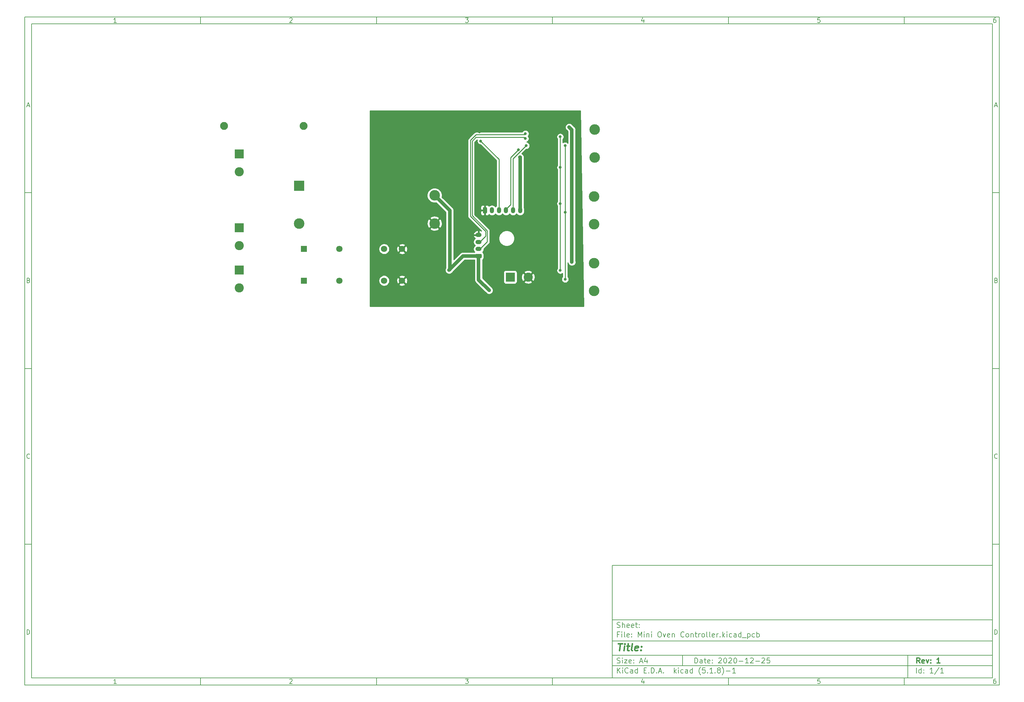
<source format=gbr>
G04 #@! TF.GenerationSoftware,KiCad,Pcbnew,(5.1.8)-1*
G04 #@! TF.CreationDate,2021-02-06T17:47:37+00:00*
G04 #@! TF.ProjectId,Mini Oven Controller,4d696e69-204f-4766-956e-20436f6e7472,1*
G04 #@! TF.SameCoordinates,Original*
G04 #@! TF.FileFunction,Copper,L2,Bot*
G04 #@! TF.FilePolarity,Positive*
%FSLAX46Y46*%
G04 Gerber Fmt 4.6, Leading zero omitted, Abs format (unit mm)*
G04 Created by KiCad (PCBNEW (5.1.8)-1) date 2021-02-06 17:47:37*
%MOMM*%
%LPD*%
G01*
G04 APERTURE LIST*
%ADD10C,0.100000*%
%ADD11C,0.150000*%
%ADD12C,0.300000*%
%ADD13C,0.400000*%
G04 #@! TA.AperFunction,ComponentPad*
%ADD14C,2.250000*%
G04 #@! TD*
G04 #@! TA.AperFunction,ComponentPad*
%ADD15R,1.800000X1.800000*%
G04 #@! TD*
G04 #@! TA.AperFunction,ComponentPad*
%ADD16C,1.800000*%
G04 #@! TD*
G04 #@! TA.AperFunction,ComponentPad*
%ADD17C,3.000000*%
G04 #@! TD*
G04 #@! TA.AperFunction,ComponentPad*
%ADD18R,2.600000X2.600000*%
G04 #@! TD*
G04 #@! TA.AperFunction,ComponentPad*
%ADD19C,2.600000*%
G04 #@! TD*
G04 #@! TA.AperFunction,ComponentPad*
%ADD20R,3.000000X3.000000*%
G04 #@! TD*
G04 #@! TA.AperFunction,ComponentPad*
%ADD21O,1.200000X1.750000*%
G04 #@! TD*
G04 #@! TA.AperFunction,ComponentPad*
%ADD22O,1.750000X1.200000*%
G04 #@! TD*
G04 #@! TA.AperFunction,ViaPad*
%ADD23C,0.800000*%
G04 #@! TD*
G04 #@! TA.AperFunction,Conductor*
%ADD24C,1.000000*%
G04 #@! TD*
G04 #@! TA.AperFunction,Conductor*
%ADD25C,0.250000*%
G04 #@! TD*
G04 #@! TA.AperFunction,Conductor*
%ADD26C,0.254000*%
G04 #@! TD*
G04 #@! TA.AperFunction,Conductor*
%ADD27C,0.100000*%
G04 #@! TD*
G04 APERTURE END LIST*
D10*
D11*
X177002200Y-166007200D02*
X177002200Y-198007200D01*
X285002200Y-198007200D01*
X285002200Y-166007200D01*
X177002200Y-166007200D01*
D10*
D11*
X10000000Y-10000000D02*
X10000000Y-200007200D01*
X287002200Y-200007200D01*
X287002200Y-10000000D01*
X10000000Y-10000000D01*
D10*
D11*
X12000000Y-12000000D02*
X12000000Y-198007200D01*
X285002200Y-198007200D01*
X285002200Y-12000000D01*
X12000000Y-12000000D01*
D10*
D11*
X60000000Y-12000000D02*
X60000000Y-10000000D01*
D10*
D11*
X110000000Y-12000000D02*
X110000000Y-10000000D01*
D10*
D11*
X160000000Y-12000000D02*
X160000000Y-10000000D01*
D10*
D11*
X210000000Y-12000000D02*
X210000000Y-10000000D01*
D10*
D11*
X260000000Y-12000000D02*
X260000000Y-10000000D01*
D10*
D11*
X36065476Y-11588095D02*
X35322619Y-11588095D01*
X35694047Y-11588095D02*
X35694047Y-10288095D01*
X35570238Y-10473809D01*
X35446428Y-10597619D01*
X35322619Y-10659523D01*
D10*
D11*
X85322619Y-10411904D02*
X85384523Y-10350000D01*
X85508333Y-10288095D01*
X85817857Y-10288095D01*
X85941666Y-10350000D01*
X86003571Y-10411904D01*
X86065476Y-10535714D01*
X86065476Y-10659523D01*
X86003571Y-10845238D01*
X85260714Y-11588095D01*
X86065476Y-11588095D01*
D10*
D11*
X135260714Y-10288095D02*
X136065476Y-10288095D01*
X135632142Y-10783333D01*
X135817857Y-10783333D01*
X135941666Y-10845238D01*
X136003571Y-10907142D01*
X136065476Y-11030952D01*
X136065476Y-11340476D01*
X136003571Y-11464285D01*
X135941666Y-11526190D01*
X135817857Y-11588095D01*
X135446428Y-11588095D01*
X135322619Y-11526190D01*
X135260714Y-11464285D01*
D10*
D11*
X185941666Y-10721428D02*
X185941666Y-11588095D01*
X185632142Y-10226190D02*
X185322619Y-11154761D01*
X186127380Y-11154761D01*
D10*
D11*
X236003571Y-10288095D02*
X235384523Y-10288095D01*
X235322619Y-10907142D01*
X235384523Y-10845238D01*
X235508333Y-10783333D01*
X235817857Y-10783333D01*
X235941666Y-10845238D01*
X236003571Y-10907142D01*
X236065476Y-11030952D01*
X236065476Y-11340476D01*
X236003571Y-11464285D01*
X235941666Y-11526190D01*
X235817857Y-11588095D01*
X235508333Y-11588095D01*
X235384523Y-11526190D01*
X235322619Y-11464285D01*
D10*
D11*
X285941666Y-10288095D02*
X285694047Y-10288095D01*
X285570238Y-10350000D01*
X285508333Y-10411904D01*
X285384523Y-10597619D01*
X285322619Y-10845238D01*
X285322619Y-11340476D01*
X285384523Y-11464285D01*
X285446428Y-11526190D01*
X285570238Y-11588095D01*
X285817857Y-11588095D01*
X285941666Y-11526190D01*
X286003571Y-11464285D01*
X286065476Y-11340476D01*
X286065476Y-11030952D01*
X286003571Y-10907142D01*
X285941666Y-10845238D01*
X285817857Y-10783333D01*
X285570238Y-10783333D01*
X285446428Y-10845238D01*
X285384523Y-10907142D01*
X285322619Y-11030952D01*
D10*
D11*
X60000000Y-198007200D02*
X60000000Y-200007200D01*
D10*
D11*
X110000000Y-198007200D02*
X110000000Y-200007200D01*
D10*
D11*
X160000000Y-198007200D02*
X160000000Y-200007200D01*
D10*
D11*
X210000000Y-198007200D02*
X210000000Y-200007200D01*
D10*
D11*
X260000000Y-198007200D02*
X260000000Y-200007200D01*
D10*
D11*
X36065476Y-199595295D02*
X35322619Y-199595295D01*
X35694047Y-199595295D02*
X35694047Y-198295295D01*
X35570238Y-198481009D01*
X35446428Y-198604819D01*
X35322619Y-198666723D01*
D10*
D11*
X85322619Y-198419104D02*
X85384523Y-198357200D01*
X85508333Y-198295295D01*
X85817857Y-198295295D01*
X85941666Y-198357200D01*
X86003571Y-198419104D01*
X86065476Y-198542914D01*
X86065476Y-198666723D01*
X86003571Y-198852438D01*
X85260714Y-199595295D01*
X86065476Y-199595295D01*
D10*
D11*
X135260714Y-198295295D02*
X136065476Y-198295295D01*
X135632142Y-198790533D01*
X135817857Y-198790533D01*
X135941666Y-198852438D01*
X136003571Y-198914342D01*
X136065476Y-199038152D01*
X136065476Y-199347676D01*
X136003571Y-199471485D01*
X135941666Y-199533390D01*
X135817857Y-199595295D01*
X135446428Y-199595295D01*
X135322619Y-199533390D01*
X135260714Y-199471485D01*
D10*
D11*
X185941666Y-198728628D02*
X185941666Y-199595295D01*
X185632142Y-198233390D02*
X185322619Y-199161961D01*
X186127380Y-199161961D01*
D10*
D11*
X236003571Y-198295295D02*
X235384523Y-198295295D01*
X235322619Y-198914342D01*
X235384523Y-198852438D01*
X235508333Y-198790533D01*
X235817857Y-198790533D01*
X235941666Y-198852438D01*
X236003571Y-198914342D01*
X236065476Y-199038152D01*
X236065476Y-199347676D01*
X236003571Y-199471485D01*
X235941666Y-199533390D01*
X235817857Y-199595295D01*
X235508333Y-199595295D01*
X235384523Y-199533390D01*
X235322619Y-199471485D01*
D10*
D11*
X285941666Y-198295295D02*
X285694047Y-198295295D01*
X285570238Y-198357200D01*
X285508333Y-198419104D01*
X285384523Y-198604819D01*
X285322619Y-198852438D01*
X285322619Y-199347676D01*
X285384523Y-199471485D01*
X285446428Y-199533390D01*
X285570238Y-199595295D01*
X285817857Y-199595295D01*
X285941666Y-199533390D01*
X286003571Y-199471485D01*
X286065476Y-199347676D01*
X286065476Y-199038152D01*
X286003571Y-198914342D01*
X285941666Y-198852438D01*
X285817857Y-198790533D01*
X285570238Y-198790533D01*
X285446428Y-198852438D01*
X285384523Y-198914342D01*
X285322619Y-199038152D01*
D10*
D11*
X10000000Y-60000000D02*
X12000000Y-60000000D01*
D10*
D11*
X10000000Y-110000000D02*
X12000000Y-110000000D01*
D10*
D11*
X10000000Y-160000000D02*
X12000000Y-160000000D01*
D10*
D11*
X10690476Y-35216666D02*
X11309523Y-35216666D01*
X10566666Y-35588095D02*
X11000000Y-34288095D01*
X11433333Y-35588095D01*
D10*
D11*
X11092857Y-84907142D02*
X11278571Y-84969047D01*
X11340476Y-85030952D01*
X11402380Y-85154761D01*
X11402380Y-85340476D01*
X11340476Y-85464285D01*
X11278571Y-85526190D01*
X11154761Y-85588095D01*
X10659523Y-85588095D01*
X10659523Y-84288095D01*
X11092857Y-84288095D01*
X11216666Y-84350000D01*
X11278571Y-84411904D01*
X11340476Y-84535714D01*
X11340476Y-84659523D01*
X11278571Y-84783333D01*
X11216666Y-84845238D01*
X11092857Y-84907142D01*
X10659523Y-84907142D01*
D10*
D11*
X11402380Y-135464285D02*
X11340476Y-135526190D01*
X11154761Y-135588095D01*
X11030952Y-135588095D01*
X10845238Y-135526190D01*
X10721428Y-135402380D01*
X10659523Y-135278571D01*
X10597619Y-135030952D01*
X10597619Y-134845238D01*
X10659523Y-134597619D01*
X10721428Y-134473809D01*
X10845238Y-134350000D01*
X11030952Y-134288095D01*
X11154761Y-134288095D01*
X11340476Y-134350000D01*
X11402380Y-134411904D01*
D10*
D11*
X10659523Y-185588095D02*
X10659523Y-184288095D01*
X10969047Y-184288095D01*
X11154761Y-184350000D01*
X11278571Y-184473809D01*
X11340476Y-184597619D01*
X11402380Y-184845238D01*
X11402380Y-185030952D01*
X11340476Y-185278571D01*
X11278571Y-185402380D01*
X11154761Y-185526190D01*
X10969047Y-185588095D01*
X10659523Y-185588095D01*
D10*
D11*
X287002200Y-60000000D02*
X285002200Y-60000000D01*
D10*
D11*
X287002200Y-110000000D02*
X285002200Y-110000000D01*
D10*
D11*
X287002200Y-160000000D02*
X285002200Y-160000000D01*
D10*
D11*
X285692676Y-35216666D02*
X286311723Y-35216666D01*
X285568866Y-35588095D02*
X286002200Y-34288095D01*
X286435533Y-35588095D01*
D10*
D11*
X286095057Y-84907142D02*
X286280771Y-84969047D01*
X286342676Y-85030952D01*
X286404580Y-85154761D01*
X286404580Y-85340476D01*
X286342676Y-85464285D01*
X286280771Y-85526190D01*
X286156961Y-85588095D01*
X285661723Y-85588095D01*
X285661723Y-84288095D01*
X286095057Y-84288095D01*
X286218866Y-84350000D01*
X286280771Y-84411904D01*
X286342676Y-84535714D01*
X286342676Y-84659523D01*
X286280771Y-84783333D01*
X286218866Y-84845238D01*
X286095057Y-84907142D01*
X285661723Y-84907142D01*
D10*
D11*
X286404580Y-135464285D02*
X286342676Y-135526190D01*
X286156961Y-135588095D01*
X286033152Y-135588095D01*
X285847438Y-135526190D01*
X285723628Y-135402380D01*
X285661723Y-135278571D01*
X285599819Y-135030952D01*
X285599819Y-134845238D01*
X285661723Y-134597619D01*
X285723628Y-134473809D01*
X285847438Y-134350000D01*
X286033152Y-134288095D01*
X286156961Y-134288095D01*
X286342676Y-134350000D01*
X286404580Y-134411904D01*
D10*
D11*
X285661723Y-185588095D02*
X285661723Y-184288095D01*
X285971247Y-184288095D01*
X286156961Y-184350000D01*
X286280771Y-184473809D01*
X286342676Y-184597619D01*
X286404580Y-184845238D01*
X286404580Y-185030952D01*
X286342676Y-185278571D01*
X286280771Y-185402380D01*
X286156961Y-185526190D01*
X285971247Y-185588095D01*
X285661723Y-185588095D01*
D10*
D11*
X200434342Y-193785771D02*
X200434342Y-192285771D01*
X200791485Y-192285771D01*
X201005771Y-192357200D01*
X201148628Y-192500057D01*
X201220057Y-192642914D01*
X201291485Y-192928628D01*
X201291485Y-193142914D01*
X201220057Y-193428628D01*
X201148628Y-193571485D01*
X201005771Y-193714342D01*
X200791485Y-193785771D01*
X200434342Y-193785771D01*
X202577200Y-193785771D02*
X202577200Y-193000057D01*
X202505771Y-192857200D01*
X202362914Y-192785771D01*
X202077200Y-192785771D01*
X201934342Y-192857200D01*
X202577200Y-193714342D02*
X202434342Y-193785771D01*
X202077200Y-193785771D01*
X201934342Y-193714342D01*
X201862914Y-193571485D01*
X201862914Y-193428628D01*
X201934342Y-193285771D01*
X202077200Y-193214342D01*
X202434342Y-193214342D01*
X202577200Y-193142914D01*
X203077200Y-192785771D02*
X203648628Y-192785771D01*
X203291485Y-192285771D02*
X203291485Y-193571485D01*
X203362914Y-193714342D01*
X203505771Y-193785771D01*
X203648628Y-193785771D01*
X204720057Y-193714342D02*
X204577200Y-193785771D01*
X204291485Y-193785771D01*
X204148628Y-193714342D01*
X204077200Y-193571485D01*
X204077200Y-193000057D01*
X204148628Y-192857200D01*
X204291485Y-192785771D01*
X204577200Y-192785771D01*
X204720057Y-192857200D01*
X204791485Y-193000057D01*
X204791485Y-193142914D01*
X204077200Y-193285771D01*
X205434342Y-193642914D02*
X205505771Y-193714342D01*
X205434342Y-193785771D01*
X205362914Y-193714342D01*
X205434342Y-193642914D01*
X205434342Y-193785771D01*
X205434342Y-192857200D02*
X205505771Y-192928628D01*
X205434342Y-193000057D01*
X205362914Y-192928628D01*
X205434342Y-192857200D01*
X205434342Y-193000057D01*
X207220057Y-192428628D02*
X207291485Y-192357200D01*
X207434342Y-192285771D01*
X207791485Y-192285771D01*
X207934342Y-192357200D01*
X208005771Y-192428628D01*
X208077200Y-192571485D01*
X208077200Y-192714342D01*
X208005771Y-192928628D01*
X207148628Y-193785771D01*
X208077200Y-193785771D01*
X209005771Y-192285771D02*
X209148628Y-192285771D01*
X209291485Y-192357200D01*
X209362914Y-192428628D01*
X209434342Y-192571485D01*
X209505771Y-192857200D01*
X209505771Y-193214342D01*
X209434342Y-193500057D01*
X209362914Y-193642914D01*
X209291485Y-193714342D01*
X209148628Y-193785771D01*
X209005771Y-193785771D01*
X208862914Y-193714342D01*
X208791485Y-193642914D01*
X208720057Y-193500057D01*
X208648628Y-193214342D01*
X208648628Y-192857200D01*
X208720057Y-192571485D01*
X208791485Y-192428628D01*
X208862914Y-192357200D01*
X209005771Y-192285771D01*
X210077200Y-192428628D02*
X210148628Y-192357200D01*
X210291485Y-192285771D01*
X210648628Y-192285771D01*
X210791485Y-192357200D01*
X210862914Y-192428628D01*
X210934342Y-192571485D01*
X210934342Y-192714342D01*
X210862914Y-192928628D01*
X210005771Y-193785771D01*
X210934342Y-193785771D01*
X211862914Y-192285771D02*
X212005771Y-192285771D01*
X212148628Y-192357200D01*
X212220057Y-192428628D01*
X212291485Y-192571485D01*
X212362914Y-192857200D01*
X212362914Y-193214342D01*
X212291485Y-193500057D01*
X212220057Y-193642914D01*
X212148628Y-193714342D01*
X212005771Y-193785771D01*
X211862914Y-193785771D01*
X211720057Y-193714342D01*
X211648628Y-193642914D01*
X211577200Y-193500057D01*
X211505771Y-193214342D01*
X211505771Y-192857200D01*
X211577200Y-192571485D01*
X211648628Y-192428628D01*
X211720057Y-192357200D01*
X211862914Y-192285771D01*
X213005771Y-193214342D02*
X214148628Y-193214342D01*
X215648628Y-193785771D02*
X214791485Y-193785771D01*
X215220057Y-193785771D02*
X215220057Y-192285771D01*
X215077200Y-192500057D01*
X214934342Y-192642914D01*
X214791485Y-192714342D01*
X216220057Y-192428628D02*
X216291485Y-192357200D01*
X216434342Y-192285771D01*
X216791485Y-192285771D01*
X216934342Y-192357200D01*
X217005771Y-192428628D01*
X217077200Y-192571485D01*
X217077200Y-192714342D01*
X217005771Y-192928628D01*
X216148628Y-193785771D01*
X217077200Y-193785771D01*
X217720057Y-193214342D02*
X218862914Y-193214342D01*
X219505771Y-192428628D02*
X219577200Y-192357200D01*
X219720057Y-192285771D01*
X220077200Y-192285771D01*
X220220057Y-192357200D01*
X220291485Y-192428628D01*
X220362914Y-192571485D01*
X220362914Y-192714342D01*
X220291485Y-192928628D01*
X219434342Y-193785771D01*
X220362914Y-193785771D01*
X221720057Y-192285771D02*
X221005771Y-192285771D01*
X220934342Y-193000057D01*
X221005771Y-192928628D01*
X221148628Y-192857200D01*
X221505771Y-192857200D01*
X221648628Y-192928628D01*
X221720057Y-193000057D01*
X221791485Y-193142914D01*
X221791485Y-193500057D01*
X221720057Y-193642914D01*
X221648628Y-193714342D01*
X221505771Y-193785771D01*
X221148628Y-193785771D01*
X221005771Y-193714342D01*
X220934342Y-193642914D01*
D10*
D11*
X177002200Y-194507200D02*
X285002200Y-194507200D01*
D10*
D11*
X178434342Y-196585771D02*
X178434342Y-195085771D01*
X179291485Y-196585771D02*
X178648628Y-195728628D01*
X179291485Y-195085771D02*
X178434342Y-195942914D01*
X179934342Y-196585771D02*
X179934342Y-195585771D01*
X179934342Y-195085771D02*
X179862914Y-195157200D01*
X179934342Y-195228628D01*
X180005771Y-195157200D01*
X179934342Y-195085771D01*
X179934342Y-195228628D01*
X181505771Y-196442914D02*
X181434342Y-196514342D01*
X181220057Y-196585771D01*
X181077200Y-196585771D01*
X180862914Y-196514342D01*
X180720057Y-196371485D01*
X180648628Y-196228628D01*
X180577200Y-195942914D01*
X180577200Y-195728628D01*
X180648628Y-195442914D01*
X180720057Y-195300057D01*
X180862914Y-195157200D01*
X181077200Y-195085771D01*
X181220057Y-195085771D01*
X181434342Y-195157200D01*
X181505771Y-195228628D01*
X182791485Y-196585771D02*
X182791485Y-195800057D01*
X182720057Y-195657200D01*
X182577200Y-195585771D01*
X182291485Y-195585771D01*
X182148628Y-195657200D01*
X182791485Y-196514342D02*
X182648628Y-196585771D01*
X182291485Y-196585771D01*
X182148628Y-196514342D01*
X182077200Y-196371485D01*
X182077200Y-196228628D01*
X182148628Y-196085771D01*
X182291485Y-196014342D01*
X182648628Y-196014342D01*
X182791485Y-195942914D01*
X184148628Y-196585771D02*
X184148628Y-195085771D01*
X184148628Y-196514342D02*
X184005771Y-196585771D01*
X183720057Y-196585771D01*
X183577200Y-196514342D01*
X183505771Y-196442914D01*
X183434342Y-196300057D01*
X183434342Y-195871485D01*
X183505771Y-195728628D01*
X183577200Y-195657200D01*
X183720057Y-195585771D01*
X184005771Y-195585771D01*
X184148628Y-195657200D01*
X186005771Y-195800057D02*
X186505771Y-195800057D01*
X186720057Y-196585771D02*
X186005771Y-196585771D01*
X186005771Y-195085771D01*
X186720057Y-195085771D01*
X187362914Y-196442914D02*
X187434342Y-196514342D01*
X187362914Y-196585771D01*
X187291485Y-196514342D01*
X187362914Y-196442914D01*
X187362914Y-196585771D01*
X188077200Y-196585771D02*
X188077200Y-195085771D01*
X188434342Y-195085771D01*
X188648628Y-195157200D01*
X188791485Y-195300057D01*
X188862914Y-195442914D01*
X188934342Y-195728628D01*
X188934342Y-195942914D01*
X188862914Y-196228628D01*
X188791485Y-196371485D01*
X188648628Y-196514342D01*
X188434342Y-196585771D01*
X188077200Y-196585771D01*
X189577200Y-196442914D02*
X189648628Y-196514342D01*
X189577200Y-196585771D01*
X189505771Y-196514342D01*
X189577200Y-196442914D01*
X189577200Y-196585771D01*
X190220057Y-196157200D02*
X190934342Y-196157200D01*
X190077200Y-196585771D02*
X190577200Y-195085771D01*
X191077200Y-196585771D01*
X191577200Y-196442914D02*
X191648628Y-196514342D01*
X191577200Y-196585771D01*
X191505771Y-196514342D01*
X191577200Y-196442914D01*
X191577200Y-196585771D01*
X194577200Y-196585771D02*
X194577200Y-195085771D01*
X194720057Y-196014342D02*
X195148628Y-196585771D01*
X195148628Y-195585771D02*
X194577200Y-196157200D01*
X195791485Y-196585771D02*
X195791485Y-195585771D01*
X195791485Y-195085771D02*
X195720057Y-195157200D01*
X195791485Y-195228628D01*
X195862914Y-195157200D01*
X195791485Y-195085771D01*
X195791485Y-195228628D01*
X197148628Y-196514342D02*
X197005771Y-196585771D01*
X196720057Y-196585771D01*
X196577200Y-196514342D01*
X196505771Y-196442914D01*
X196434342Y-196300057D01*
X196434342Y-195871485D01*
X196505771Y-195728628D01*
X196577200Y-195657200D01*
X196720057Y-195585771D01*
X197005771Y-195585771D01*
X197148628Y-195657200D01*
X198434342Y-196585771D02*
X198434342Y-195800057D01*
X198362914Y-195657200D01*
X198220057Y-195585771D01*
X197934342Y-195585771D01*
X197791485Y-195657200D01*
X198434342Y-196514342D02*
X198291485Y-196585771D01*
X197934342Y-196585771D01*
X197791485Y-196514342D01*
X197720057Y-196371485D01*
X197720057Y-196228628D01*
X197791485Y-196085771D01*
X197934342Y-196014342D01*
X198291485Y-196014342D01*
X198434342Y-195942914D01*
X199791485Y-196585771D02*
X199791485Y-195085771D01*
X199791485Y-196514342D02*
X199648628Y-196585771D01*
X199362914Y-196585771D01*
X199220057Y-196514342D01*
X199148628Y-196442914D01*
X199077200Y-196300057D01*
X199077200Y-195871485D01*
X199148628Y-195728628D01*
X199220057Y-195657200D01*
X199362914Y-195585771D01*
X199648628Y-195585771D01*
X199791485Y-195657200D01*
X202077200Y-197157200D02*
X202005771Y-197085771D01*
X201862914Y-196871485D01*
X201791485Y-196728628D01*
X201720057Y-196514342D01*
X201648628Y-196157200D01*
X201648628Y-195871485D01*
X201720057Y-195514342D01*
X201791485Y-195300057D01*
X201862914Y-195157200D01*
X202005771Y-194942914D01*
X202077200Y-194871485D01*
X203362914Y-195085771D02*
X202648628Y-195085771D01*
X202577200Y-195800057D01*
X202648628Y-195728628D01*
X202791485Y-195657200D01*
X203148628Y-195657200D01*
X203291485Y-195728628D01*
X203362914Y-195800057D01*
X203434342Y-195942914D01*
X203434342Y-196300057D01*
X203362914Y-196442914D01*
X203291485Y-196514342D01*
X203148628Y-196585771D01*
X202791485Y-196585771D01*
X202648628Y-196514342D01*
X202577200Y-196442914D01*
X204077200Y-196442914D02*
X204148628Y-196514342D01*
X204077200Y-196585771D01*
X204005771Y-196514342D01*
X204077200Y-196442914D01*
X204077200Y-196585771D01*
X205577200Y-196585771D02*
X204720057Y-196585771D01*
X205148628Y-196585771D02*
X205148628Y-195085771D01*
X205005771Y-195300057D01*
X204862914Y-195442914D01*
X204720057Y-195514342D01*
X206220057Y-196442914D02*
X206291485Y-196514342D01*
X206220057Y-196585771D01*
X206148628Y-196514342D01*
X206220057Y-196442914D01*
X206220057Y-196585771D01*
X207148628Y-195728628D02*
X207005771Y-195657200D01*
X206934342Y-195585771D01*
X206862914Y-195442914D01*
X206862914Y-195371485D01*
X206934342Y-195228628D01*
X207005771Y-195157200D01*
X207148628Y-195085771D01*
X207434342Y-195085771D01*
X207577200Y-195157200D01*
X207648628Y-195228628D01*
X207720057Y-195371485D01*
X207720057Y-195442914D01*
X207648628Y-195585771D01*
X207577200Y-195657200D01*
X207434342Y-195728628D01*
X207148628Y-195728628D01*
X207005771Y-195800057D01*
X206934342Y-195871485D01*
X206862914Y-196014342D01*
X206862914Y-196300057D01*
X206934342Y-196442914D01*
X207005771Y-196514342D01*
X207148628Y-196585771D01*
X207434342Y-196585771D01*
X207577200Y-196514342D01*
X207648628Y-196442914D01*
X207720057Y-196300057D01*
X207720057Y-196014342D01*
X207648628Y-195871485D01*
X207577200Y-195800057D01*
X207434342Y-195728628D01*
X208220057Y-197157200D02*
X208291485Y-197085771D01*
X208434342Y-196871485D01*
X208505771Y-196728628D01*
X208577200Y-196514342D01*
X208648628Y-196157200D01*
X208648628Y-195871485D01*
X208577200Y-195514342D01*
X208505771Y-195300057D01*
X208434342Y-195157200D01*
X208291485Y-194942914D01*
X208220057Y-194871485D01*
X209362914Y-196014342D02*
X210505771Y-196014342D01*
X212005771Y-196585771D02*
X211148628Y-196585771D01*
X211577200Y-196585771D02*
X211577200Y-195085771D01*
X211434342Y-195300057D01*
X211291485Y-195442914D01*
X211148628Y-195514342D01*
D10*
D11*
X177002200Y-191507200D02*
X285002200Y-191507200D01*
D10*
D12*
X264411485Y-193785771D02*
X263911485Y-193071485D01*
X263554342Y-193785771D02*
X263554342Y-192285771D01*
X264125771Y-192285771D01*
X264268628Y-192357200D01*
X264340057Y-192428628D01*
X264411485Y-192571485D01*
X264411485Y-192785771D01*
X264340057Y-192928628D01*
X264268628Y-193000057D01*
X264125771Y-193071485D01*
X263554342Y-193071485D01*
X265625771Y-193714342D02*
X265482914Y-193785771D01*
X265197200Y-193785771D01*
X265054342Y-193714342D01*
X264982914Y-193571485D01*
X264982914Y-193000057D01*
X265054342Y-192857200D01*
X265197200Y-192785771D01*
X265482914Y-192785771D01*
X265625771Y-192857200D01*
X265697200Y-193000057D01*
X265697200Y-193142914D01*
X264982914Y-193285771D01*
X266197200Y-192785771D02*
X266554342Y-193785771D01*
X266911485Y-192785771D01*
X267482914Y-193642914D02*
X267554342Y-193714342D01*
X267482914Y-193785771D01*
X267411485Y-193714342D01*
X267482914Y-193642914D01*
X267482914Y-193785771D01*
X267482914Y-192857200D02*
X267554342Y-192928628D01*
X267482914Y-193000057D01*
X267411485Y-192928628D01*
X267482914Y-192857200D01*
X267482914Y-193000057D01*
X270125771Y-193785771D02*
X269268628Y-193785771D01*
X269697200Y-193785771D02*
X269697200Y-192285771D01*
X269554342Y-192500057D01*
X269411485Y-192642914D01*
X269268628Y-192714342D01*
D10*
D11*
X178362914Y-193714342D02*
X178577200Y-193785771D01*
X178934342Y-193785771D01*
X179077200Y-193714342D01*
X179148628Y-193642914D01*
X179220057Y-193500057D01*
X179220057Y-193357200D01*
X179148628Y-193214342D01*
X179077200Y-193142914D01*
X178934342Y-193071485D01*
X178648628Y-193000057D01*
X178505771Y-192928628D01*
X178434342Y-192857200D01*
X178362914Y-192714342D01*
X178362914Y-192571485D01*
X178434342Y-192428628D01*
X178505771Y-192357200D01*
X178648628Y-192285771D01*
X179005771Y-192285771D01*
X179220057Y-192357200D01*
X179862914Y-193785771D02*
X179862914Y-192785771D01*
X179862914Y-192285771D02*
X179791485Y-192357200D01*
X179862914Y-192428628D01*
X179934342Y-192357200D01*
X179862914Y-192285771D01*
X179862914Y-192428628D01*
X180434342Y-192785771D02*
X181220057Y-192785771D01*
X180434342Y-193785771D01*
X181220057Y-193785771D01*
X182362914Y-193714342D02*
X182220057Y-193785771D01*
X181934342Y-193785771D01*
X181791485Y-193714342D01*
X181720057Y-193571485D01*
X181720057Y-193000057D01*
X181791485Y-192857200D01*
X181934342Y-192785771D01*
X182220057Y-192785771D01*
X182362914Y-192857200D01*
X182434342Y-193000057D01*
X182434342Y-193142914D01*
X181720057Y-193285771D01*
X183077200Y-193642914D02*
X183148628Y-193714342D01*
X183077200Y-193785771D01*
X183005771Y-193714342D01*
X183077200Y-193642914D01*
X183077200Y-193785771D01*
X183077200Y-192857200D02*
X183148628Y-192928628D01*
X183077200Y-193000057D01*
X183005771Y-192928628D01*
X183077200Y-192857200D01*
X183077200Y-193000057D01*
X184862914Y-193357200D02*
X185577200Y-193357200D01*
X184720057Y-193785771D02*
X185220057Y-192285771D01*
X185720057Y-193785771D01*
X186862914Y-192785771D02*
X186862914Y-193785771D01*
X186505771Y-192214342D02*
X186148628Y-193285771D01*
X187077200Y-193285771D01*
D10*
D11*
X263434342Y-196585771D02*
X263434342Y-195085771D01*
X264791485Y-196585771D02*
X264791485Y-195085771D01*
X264791485Y-196514342D02*
X264648628Y-196585771D01*
X264362914Y-196585771D01*
X264220057Y-196514342D01*
X264148628Y-196442914D01*
X264077200Y-196300057D01*
X264077200Y-195871485D01*
X264148628Y-195728628D01*
X264220057Y-195657200D01*
X264362914Y-195585771D01*
X264648628Y-195585771D01*
X264791485Y-195657200D01*
X265505771Y-196442914D02*
X265577200Y-196514342D01*
X265505771Y-196585771D01*
X265434342Y-196514342D01*
X265505771Y-196442914D01*
X265505771Y-196585771D01*
X265505771Y-195657200D02*
X265577200Y-195728628D01*
X265505771Y-195800057D01*
X265434342Y-195728628D01*
X265505771Y-195657200D01*
X265505771Y-195800057D01*
X268148628Y-196585771D02*
X267291485Y-196585771D01*
X267720057Y-196585771D02*
X267720057Y-195085771D01*
X267577200Y-195300057D01*
X267434342Y-195442914D01*
X267291485Y-195514342D01*
X269862914Y-195014342D02*
X268577200Y-196942914D01*
X271148628Y-196585771D02*
X270291485Y-196585771D01*
X270720057Y-196585771D02*
X270720057Y-195085771D01*
X270577200Y-195300057D01*
X270434342Y-195442914D01*
X270291485Y-195514342D01*
D10*
D11*
X177002200Y-187507200D02*
X285002200Y-187507200D01*
D10*
D13*
X178714580Y-188211961D02*
X179857438Y-188211961D01*
X179036009Y-190211961D02*
X179286009Y-188211961D01*
X180274104Y-190211961D02*
X180440771Y-188878628D01*
X180524104Y-188211961D02*
X180416961Y-188307200D01*
X180500295Y-188402438D01*
X180607438Y-188307200D01*
X180524104Y-188211961D01*
X180500295Y-188402438D01*
X181107438Y-188878628D02*
X181869342Y-188878628D01*
X181476485Y-188211961D02*
X181262200Y-189926247D01*
X181333628Y-190116723D01*
X181512200Y-190211961D01*
X181702676Y-190211961D01*
X182655057Y-190211961D02*
X182476485Y-190116723D01*
X182405057Y-189926247D01*
X182619342Y-188211961D01*
X184190771Y-190116723D02*
X183988390Y-190211961D01*
X183607438Y-190211961D01*
X183428866Y-190116723D01*
X183357438Y-189926247D01*
X183452676Y-189164342D01*
X183571723Y-188973866D01*
X183774104Y-188878628D01*
X184155057Y-188878628D01*
X184333628Y-188973866D01*
X184405057Y-189164342D01*
X184381247Y-189354819D01*
X183405057Y-189545295D01*
X185155057Y-190021485D02*
X185238390Y-190116723D01*
X185131247Y-190211961D01*
X185047914Y-190116723D01*
X185155057Y-190021485D01*
X185131247Y-190211961D01*
X185286009Y-188973866D02*
X185369342Y-189069104D01*
X185262200Y-189164342D01*
X185178866Y-189069104D01*
X185286009Y-188973866D01*
X185262200Y-189164342D01*
D10*
D11*
X178934342Y-185600057D02*
X178434342Y-185600057D01*
X178434342Y-186385771D02*
X178434342Y-184885771D01*
X179148628Y-184885771D01*
X179720057Y-186385771D02*
X179720057Y-185385771D01*
X179720057Y-184885771D02*
X179648628Y-184957200D01*
X179720057Y-185028628D01*
X179791485Y-184957200D01*
X179720057Y-184885771D01*
X179720057Y-185028628D01*
X180648628Y-186385771D02*
X180505771Y-186314342D01*
X180434342Y-186171485D01*
X180434342Y-184885771D01*
X181791485Y-186314342D02*
X181648628Y-186385771D01*
X181362914Y-186385771D01*
X181220057Y-186314342D01*
X181148628Y-186171485D01*
X181148628Y-185600057D01*
X181220057Y-185457200D01*
X181362914Y-185385771D01*
X181648628Y-185385771D01*
X181791485Y-185457200D01*
X181862914Y-185600057D01*
X181862914Y-185742914D01*
X181148628Y-185885771D01*
X182505771Y-186242914D02*
X182577200Y-186314342D01*
X182505771Y-186385771D01*
X182434342Y-186314342D01*
X182505771Y-186242914D01*
X182505771Y-186385771D01*
X182505771Y-185457200D02*
X182577200Y-185528628D01*
X182505771Y-185600057D01*
X182434342Y-185528628D01*
X182505771Y-185457200D01*
X182505771Y-185600057D01*
X184362914Y-186385771D02*
X184362914Y-184885771D01*
X184862914Y-185957200D01*
X185362914Y-184885771D01*
X185362914Y-186385771D01*
X186077200Y-186385771D02*
X186077200Y-185385771D01*
X186077200Y-184885771D02*
X186005771Y-184957200D01*
X186077200Y-185028628D01*
X186148628Y-184957200D01*
X186077200Y-184885771D01*
X186077200Y-185028628D01*
X186791485Y-185385771D02*
X186791485Y-186385771D01*
X186791485Y-185528628D02*
X186862914Y-185457200D01*
X187005771Y-185385771D01*
X187220057Y-185385771D01*
X187362914Y-185457200D01*
X187434342Y-185600057D01*
X187434342Y-186385771D01*
X188148628Y-186385771D02*
X188148628Y-185385771D01*
X188148628Y-184885771D02*
X188077200Y-184957200D01*
X188148628Y-185028628D01*
X188220057Y-184957200D01*
X188148628Y-184885771D01*
X188148628Y-185028628D01*
X190291485Y-184885771D02*
X190577200Y-184885771D01*
X190720057Y-184957200D01*
X190862914Y-185100057D01*
X190934342Y-185385771D01*
X190934342Y-185885771D01*
X190862914Y-186171485D01*
X190720057Y-186314342D01*
X190577200Y-186385771D01*
X190291485Y-186385771D01*
X190148628Y-186314342D01*
X190005771Y-186171485D01*
X189934342Y-185885771D01*
X189934342Y-185385771D01*
X190005771Y-185100057D01*
X190148628Y-184957200D01*
X190291485Y-184885771D01*
X191434342Y-185385771D02*
X191791485Y-186385771D01*
X192148628Y-185385771D01*
X193291485Y-186314342D02*
X193148628Y-186385771D01*
X192862914Y-186385771D01*
X192720057Y-186314342D01*
X192648628Y-186171485D01*
X192648628Y-185600057D01*
X192720057Y-185457200D01*
X192862914Y-185385771D01*
X193148628Y-185385771D01*
X193291485Y-185457200D01*
X193362914Y-185600057D01*
X193362914Y-185742914D01*
X192648628Y-185885771D01*
X194005771Y-185385771D02*
X194005771Y-186385771D01*
X194005771Y-185528628D02*
X194077200Y-185457200D01*
X194220057Y-185385771D01*
X194434342Y-185385771D01*
X194577200Y-185457200D01*
X194648628Y-185600057D01*
X194648628Y-186385771D01*
X197362914Y-186242914D02*
X197291485Y-186314342D01*
X197077200Y-186385771D01*
X196934342Y-186385771D01*
X196720057Y-186314342D01*
X196577200Y-186171485D01*
X196505771Y-186028628D01*
X196434342Y-185742914D01*
X196434342Y-185528628D01*
X196505771Y-185242914D01*
X196577200Y-185100057D01*
X196720057Y-184957200D01*
X196934342Y-184885771D01*
X197077200Y-184885771D01*
X197291485Y-184957200D01*
X197362914Y-185028628D01*
X198220057Y-186385771D02*
X198077200Y-186314342D01*
X198005771Y-186242914D01*
X197934342Y-186100057D01*
X197934342Y-185671485D01*
X198005771Y-185528628D01*
X198077200Y-185457200D01*
X198220057Y-185385771D01*
X198434342Y-185385771D01*
X198577200Y-185457200D01*
X198648628Y-185528628D01*
X198720057Y-185671485D01*
X198720057Y-186100057D01*
X198648628Y-186242914D01*
X198577200Y-186314342D01*
X198434342Y-186385771D01*
X198220057Y-186385771D01*
X199362914Y-185385771D02*
X199362914Y-186385771D01*
X199362914Y-185528628D02*
X199434342Y-185457200D01*
X199577200Y-185385771D01*
X199791485Y-185385771D01*
X199934342Y-185457200D01*
X200005771Y-185600057D01*
X200005771Y-186385771D01*
X200505771Y-185385771D02*
X201077200Y-185385771D01*
X200720057Y-184885771D02*
X200720057Y-186171485D01*
X200791485Y-186314342D01*
X200934342Y-186385771D01*
X201077200Y-186385771D01*
X201577200Y-186385771D02*
X201577200Y-185385771D01*
X201577200Y-185671485D02*
X201648628Y-185528628D01*
X201720057Y-185457200D01*
X201862914Y-185385771D01*
X202005771Y-185385771D01*
X202720057Y-186385771D02*
X202577200Y-186314342D01*
X202505771Y-186242914D01*
X202434342Y-186100057D01*
X202434342Y-185671485D01*
X202505771Y-185528628D01*
X202577200Y-185457200D01*
X202720057Y-185385771D01*
X202934342Y-185385771D01*
X203077200Y-185457200D01*
X203148628Y-185528628D01*
X203220057Y-185671485D01*
X203220057Y-186100057D01*
X203148628Y-186242914D01*
X203077200Y-186314342D01*
X202934342Y-186385771D01*
X202720057Y-186385771D01*
X204077200Y-186385771D02*
X203934342Y-186314342D01*
X203862914Y-186171485D01*
X203862914Y-184885771D01*
X204862914Y-186385771D02*
X204720057Y-186314342D01*
X204648628Y-186171485D01*
X204648628Y-184885771D01*
X206005771Y-186314342D02*
X205862914Y-186385771D01*
X205577200Y-186385771D01*
X205434342Y-186314342D01*
X205362914Y-186171485D01*
X205362914Y-185600057D01*
X205434342Y-185457200D01*
X205577200Y-185385771D01*
X205862914Y-185385771D01*
X206005771Y-185457200D01*
X206077200Y-185600057D01*
X206077200Y-185742914D01*
X205362914Y-185885771D01*
X206720057Y-186385771D02*
X206720057Y-185385771D01*
X206720057Y-185671485D02*
X206791485Y-185528628D01*
X206862914Y-185457200D01*
X207005771Y-185385771D01*
X207148628Y-185385771D01*
X207648628Y-186242914D02*
X207720057Y-186314342D01*
X207648628Y-186385771D01*
X207577200Y-186314342D01*
X207648628Y-186242914D01*
X207648628Y-186385771D01*
X208362914Y-186385771D02*
X208362914Y-184885771D01*
X208505771Y-185814342D02*
X208934342Y-186385771D01*
X208934342Y-185385771D02*
X208362914Y-185957200D01*
X209577200Y-186385771D02*
X209577200Y-185385771D01*
X209577200Y-184885771D02*
X209505771Y-184957200D01*
X209577200Y-185028628D01*
X209648628Y-184957200D01*
X209577200Y-184885771D01*
X209577200Y-185028628D01*
X210934342Y-186314342D02*
X210791485Y-186385771D01*
X210505771Y-186385771D01*
X210362914Y-186314342D01*
X210291485Y-186242914D01*
X210220057Y-186100057D01*
X210220057Y-185671485D01*
X210291485Y-185528628D01*
X210362914Y-185457200D01*
X210505771Y-185385771D01*
X210791485Y-185385771D01*
X210934342Y-185457200D01*
X212220057Y-186385771D02*
X212220057Y-185600057D01*
X212148628Y-185457200D01*
X212005771Y-185385771D01*
X211720057Y-185385771D01*
X211577200Y-185457200D01*
X212220057Y-186314342D02*
X212077200Y-186385771D01*
X211720057Y-186385771D01*
X211577200Y-186314342D01*
X211505771Y-186171485D01*
X211505771Y-186028628D01*
X211577200Y-185885771D01*
X211720057Y-185814342D01*
X212077200Y-185814342D01*
X212220057Y-185742914D01*
X213577200Y-186385771D02*
X213577200Y-184885771D01*
X213577200Y-186314342D02*
X213434342Y-186385771D01*
X213148628Y-186385771D01*
X213005771Y-186314342D01*
X212934342Y-186242914D01*
X212862914Y-186100057D01*
X212862914Y-185671485D01*
X212934342Y-185528628D01*
X213005771Y-185457200D01*
X213148628Y-185385771D01*
X213434342Y-185385771D01*
X213577200Y-185457200D01*
X213934342Y-186528628D02*
X215077200Y-186528628D01*
X215434342Y-185385771D02*
X215434342Y-186885771D01*
X215434342Y-185457200D02*
X215577200Y-185385771D01*
X215862914Y-185385771D01*
X216005771Y-185457200D01*
X216077200Y-185528628D01*
X216148628Y-185671485D01*
X216148628Y-186100057D01*
X216077200Y-186242914D01*
X216005771Y-186314342D01*
X215862914Y-186385771D01*
X215577200Y-186385771D01*
X215434342Y-186314342D01*
X217434342Y-186314342D02*
X217291485Y-186385771D01*
X217005771Y-186385771D01*
X216862914Y-186314342D01*
X216791485Y-186242914D01*
X216720057Y-186100057D01*
X216720057Y-185671485D01*
X216791485Y-185528628D01*
X216862914Y-185457200D01*
X217005771Y-185385771D01*
X217291485Y-185385771D01*
X217434342Y-185457200D01*
X218077200Y-186385771D02*
X218077200Y-184885771D01*
X218077200Y-185457200D02*
X218220057Y-185385771D01*
X218505771Y-185385771D01*
X218648628Y-185457200D01*
X218720057Y-185528628D01*
X218791485Y-185671485D01*
X218791485Y-186100057D01*
X218720057Y-186242914D01*
X218648628Y-186314342D01*
X218505771Y-186385771D01*
X218220057Y-186385771D01*
X218077200Y-186314342D01*
D10*
D11*
X177002200Y-181507200D02*
X285002200Y-181507200D01*
D10*
D11*
X178362914Y-183614342D02*
X178577200Y-183685771D01*
X178934342Y-183685771D01*
X179077200Y-183614342D01*
X179148628Y-183542914D01*
X179220057Y-183400057D01*
X179220057Y-183257200D01*
X179148628Y-183114342D01*
X179077200Y-183042914D01*
X178934342Y-182971485D01*
X178648628Y-182900057D01*
X178505771Y-182828628D01*
X178434342Y-182757200D01*
X178362914Y-182614342D01*
X178362914Y-182471485D01*
X178434342Y-182328628D01*
X178505771Y-182257200D01*
X178648628Y-182185771D01*
X179005771Y-182185771D01*
X179220057Y-182257200D01*
X179862914Y-183685771D02*
X179862914Y-182185771D01*
X180505771Y-183685771D02*
X180505771Y-182900057D01*
X180434342Y-182757200D01*
X180291485Y-182685771D01*
X180077200Y-182685771D01*
X179934342Y-182757200D01*
X179862914Y-182828628D01*
X181791485Y-183614342D02*
X181648628Y-183685771D01*
X181362914Y-183685771D01*
X181220057Y-183614342D01*
X181148628Y-183471485D01*
X181148628Y-182900057D01*
X181220057Y-182757200D01*
X181362914Y-182685771D01*
X181648628Y-182685771D01*
X181791485Y-182757200D01*
X181862914Y-182900057D01*
X181862914Y-183042914D01*
X181148628Y-183185771D01*
X183077200Y-183614342D02*
X182934342Y-183685771D01*
X182648628Y-183685771D01*
X182505771Y-183614342D01*
X182434342Y-183471485D01*
X182434342Y-182900057D01*
X182505771Y-182757200D01*
X182648628Y-182685771D01*
X182934342Y-182685771D01*
X183077200Y-182757200D01*
X183148628Y-182900057D01*
X183148628Y-183042914D01*
X182434342Y-183185771D01*
X183577200Y-182685771D02*
X184148628Y-182685771D01*
X183791485Y-182185771D02*
X183791485Y-183471485D01*
X183862914Y-183614342D01*
X184005771Y-183685771D01*
X184148628Y-183685771D01*
X184648628Y-183542914D02*
X184720057Y-183614342D01*
X184648628Y-183685771D01*
X184577200Y-183614342D01*
X184648628Y-183542914D01*
X184648628Y-183685771D01*
X184648628Y-182757200D02*
X184720057Y-182828628D01*
X184648628Y-182900057D01*
X184577200Y-182828628D01*
X184648628Y-182757200D01*
X184648628Y-182900057D01*
D10*
D11*
X197002200Y-191507200D02*
X197002200Y-194507200D01*
D10*
D11*
X261002200Y-191507200D02*
X261002200Y-198007200D01*
D14*
G04 #@! TO.P,J4,2*
G04 #@! TO.N,LINE*
X89300000Y-41000000D03*
G04 #@! TO.P,J4,1*
G04 #@! TO.N,Net-(J1-Pad1)*
X66700000Y-41000000D03*
G04 #@! TD*
D15*
G04 #@! TO.P,U1,1*
G04 #@! TO.N,Net-(J2-Pad2)*
X89350000Y-76000000D03*
D16*
G04 #@! TO.P,U1,2*
G04 #@! TO.N,LINE*
X99450000Y-76000000D03*
G04 #@! TO.P,U1,3*
G04 #@! TO.N,Net-(Q1-Pad3)*
X112150000Y-76000000D03*
G04 #@! TO.P,U1,4*
G04 #@! TO.N,GND*
X117250000Y-76000000D03*
G04 #@! TD*
D15*
G04 #@! TO.P,U2,1*
G04 #@! TO.N,Net-(J3-Pad2)*
X89350000Y-85000000D03*
D16*
G04 #@! TO.P,U2,2*
G04 #@! TO.N,LINE*
X99450000Y-85000000D03*
G04 #@! TO.P,U2,3*
G04 #@! TO.N,Net-(Q2-Pad3)*
X112150000Y-85000000D03*
G04 #@! TO.P,U2,4*
G04 #@! TO.N,GND*
X117250000Y-85000000D03*
G04 #@! TD*
D17*
G04 #@! TO.P,J5,2*
G04 #@! TO.N,Net-(J5-Pad2)*
X172022333Y-42050000D03*
G04 #@! TO.P,J5,1*
G04 #@! TO.N,Net-(J5-Pad1)*
X172022333Y-49950000D03*
G04 #@! TD*
G04 #@! TO.P,J6,2*
G04 #@! TO.N,Net-(J6-Pad2)*
X171790000Y-61050000D03*
G04 #@! TO.P,J6,1*
G04 #@! TO.N,Net-(J6-Pad1)*
X171790000Y-68950000D03*
G04 #@! TD*
G04 #@! TO.P,J7,2*
G04 #@! TO.N,Net-(J7-Pad2)*
X171790000Y-80050000D03*
G04 #@! TO.P,J7,1*
G04 #@! TO.N,Net-(J7-Pad1)*
X171790000Y-87950000D03*
G04 #@! TD*
D18*
G04 #@! TO.P,J1,1*
G04 #@! TO.N,Net-(J1-Pad1)*
X71000000Y-49000000D03*
D19*
G04 #@! TO.P,J1,2*
G04 #@! TO.N,NEUT*
X71000000Y-54080000D03*
G04 #@! TD*
D18*
G04 #@! TO.P,J2,1*
G04 #@! TO.N,NEUT*
X71000000Y-70000000D03*
D19*
G04 #@! TO.P,J2,2*
G04 #@! TO.N,Net-(J2-Pad2)*
X71000000Y-75080000D03*
G04 #@! TD*
G04 #@! TO.P,J3,2*
G04 #@! TO.N,Net-(J3-Pad2)*
X71000000Y-87080000D03*
D18*
G04 #@! TO.P,J3,1*
G04 #@! TO.N,NEUT*
X71000000Y-82000000D03*
G04 #@! TD*
D17*
G04 #@! TO.P,PS1,3*
G04 #@! TO.N,GND*
X126500000Y-68750000D03*
G04 #@! TO.P,PS1,2*
G04 #@! TO.N,LINE*
X88000000Y-68750000D03*
G04 #@! TO.P,PS1,4*
G04 #@! TO.N,+5V*
X126500000Y-60750000D03*
D20*
G04 #@! TO.P,PS1,1*
G04 #@! TO.N,NEUT*
X88000000Y-58000000D03*
G04 #@! TD*
G04 #@! TO.P,J8,1*
G04 #@! TO.N,GND*
G04 #@! TA.AperFunction,ComponentPad*
G36*
G01*
X140200000Y-65625001D02*
X140200000Y-64374999D01*
G75*
G02*
X140449999Y-64125000I249999J0D01*
G01*
X141150001Y-64125000D01*
G75*
G02*
X141400000Y-64374999I0J-249999D01*
G01*
X141400000Y-65625001D01*
G75*
G02*
X141150001Y-65875000I-249999J0D01*
G01*
X140449999Y-65875000D01*
G75*
G02*
X140200000Y-65625001I0J249999D01*
G01*
G37*
G04 #@! TD.AperFunction*
D21*
G04 #@! TO.P,J8,2*
G04 #@! TO.N,/ESP_IO0*
X142800000Y-65000000D03*
G04 #@! TO.P,J8,3*
G04 #@! TO.N,/ESP_RST*
X144800000Y-65000000D03*
G04 #@! TO.P,J8,4*
G04 #@! TO.N,/ESP_RX*
X146800000Y-65000000D03*
G04 #@! TO.P,J8,5*
G04 #@! TO.N,/ESP_TX*
X148800000Y-65000000D03*
G04 #@! TO.P,J8,6*
G04 #@! TO.N,+3V3*
X150800000Y-65000000D03*
G04 #@! TD*
G04 #@! TO.P,J9,1*
G04 #@! TO.N,+5V*
G04 #@! TA.AperFunction,ComponentPad*
G36*
G01*
X139625001Y-78600000D02*
X138374999Y-78600000D01*
G75*
G02*
X138125000Y-78350001I0J249999D01*
G01*
X138125000Y-77649999D01*
G75*
G02*
X138374999Y-77400000I249999J0D01*
G01*
X139625001Y-77400000D01*
G75*
G02*
X139875000Y-77649999I0J-249999D01*
G01*
X139875000Y-78350001D01*
G75*
G02*
X139625001Y-78600000I-249999J0D01*
G01*
G37*
G04 #@! TD.AperFunction*
D22*
G04 #@! TO.P,J9,2*
G04 #@! TO.N,/NEXTION_TX*
X139000000Y-76000000D03*
G04 #@! TO.P,J9,3*
G04 #@! TO.N,/NEXTION_RX*
X139000000Y-74000000D03*
G04 #@! TO.P,J9,4*
G04 #@! TO.N,GND*
X139000000Y-72000000D03*
G04 #@! TD*
D18*
G04 #@! TO.P,J10,1*
G04 #@! TO.N,Net-(J10-Pad1)*
X148000000Y-84000000D03*
D19*
G04 #@! TO.P,J10,2*
G04 #@! TO.N,GND*
X153080000Y-84000000D03*
G04 #@! TD*
D23*
G04 #@! TO.N,+5V*
X130600000Y-82000000D03*
X142000000Y-87750000D03*
G04 #@! TO.N,+3V3*
X165475000Y-42075000D03*
X165500000Y-79700000D03*
X165475000Y-60425000D03*
X150771958Y-49900000D03*
X150800000Y-50900000D03*
X164750000Y-41350000D03*
G04 #@! TO.N,GND*
X134000000Y-85400000D03*
X132600000Y-82600000D03*
X126200000Y-80500000D03*
X133000000Y-77000000D03*
X127900000Y-87000000D03*
X127900000Y-78000000D03*
X139200000Y-42700000D03*
X167300000Y-47900000D03*
X167300000Y-66900000D03*
X167300000Y-85900000D03*
G04 #@! TO.N,/MISO*
X163600000Y-84600000D03*
X163600000Y-65600000D03*
X163600000Y-46600000D03*
G04 #@! TO.N,/SCLK*
X162205000Y-44095000D03*
X162205000Y-63095000D03*
X162200000Y-82100000D03*
X162205000Y-52805000D03*
G04 #@! TO.N,/ESP_RST*
X139600000Y-45300000D03*
G04 #@! TO.N,/ESP_RX*
X150287347Y-47787347D03*
G04 #@! TO.N,/ESP_TX*
X152500000Y-46600000D03*
G04 #@! TO.N,/NEXTION_TX*
X152300000Y-44600000D03*
G04 #@! TO.N,/NEXTION_RX*
X152300000Y-43200000D03*
G04 #@! TD*
D24*
G04 #@! TO.N,+5V*
X130800000Y-65050000D02*
X126500000Y-60750000D01*
X130800000Y-81800000D02*
X130800000Y-65050000D01*
X130600000Y-82000000D02*
X130800000Y-81800000D01*
X134600000Y-78000000D02*
X139000000Y-78000000D01*
X130600000Y-82000000D02*
X134600000Y-78000000D01*
X139000000Y-84750000D02*
X142000000Y-87750000D01*
X139000000Y-78000000D02*
X139000000Y-84750000D01*
G04 #@! TO.N,+3V3*
X165475000Y-79675000D02*
X165500000Y-79700000D01*
X165475000Y-60425000D02*
X165475000Y-79675000D01*
X165475000Y-42075000D02*
X165475000Y-60425000D01*
X150800000Y-49928042D02*
X150771958Y-49900000D01*
X150800000Y-50900000D02*
X150800000Y-49928042D01*
X150800000Y-65000000D02*
X150800000Y-50900000D01*
X165475000Y-42075000D02*
X164750000Y-41350000D01*
D25*
G04 #@! TO.N,/MISO*
X163600000Y-46600000D02*
X163600000Y-65600000D01*
X163600000Y-65600000D02*
X163600000Y-84600000D01*
G04 #@! TO.N,/SCLK*
X162200000Y-63100000D02*
X162205000Y-63095000D01*
X162200000Y-82100000D02*
X162200000Y-69300000D01*
X162200000Y-69300000D02*
X162200000Y-63100000D01*
X162205000Y-52805000D02*
X162205000Y-44095000D01*
X162205000Y-63095000D02*
X162205000Y-52805000D01*
G04 #@! TO.N,/ESP_RST*
X144800000Y-50500000D02*
X139600000Y-45300000D01*
X144800000Y-65000000D02*
X144800000Y-50500000D01*
G04 #@! TO.N,/ESP_RX*
X148100000Y-49974694D02*
X150287347Y-47787347D01*
X148100000Y-63400000D02*
X148100000Y-49974694D01*
X146800000Y-64700000D02*
X148100000Y-63400000D01*
X146800000Y-65000000D02*
X146800000Y-64700000D01*
G04 #@! TO.N,/ESP_TX*
X148800000Y-50300000D02*
X152500000Y-46600000D01*
X148800000Y-65000000D02*
X148800000Y-50300000D01*
G04 #@! TO.N,/NEXTION_TX*
X151900001Y-44200001D02*
X152300000Y-44600000D01*
X138236409Y-44200001D02*
X151900001Y-44200001D01*
X137150011Y-45286399D02*
X138236409Y-44200001D01*
X137150011Y-66513600D02*
X137150011Y-45286399D01*
X141450011Y-70813600D02*
X137150011Y-66513600D01*
X141450011Y-73949989D02*
X141450011Y-70813600D01*
X139400000Y-76000000D02*
X141450011Y-73949989D01*
X139000000Y-76000000D02*
X139400000Y-76000000D01*
G04 #@! TO.N,/NEXTION_RX*
X152000000Y-43500000D02*
X152300000Y-43200000D01*
X136700000Y-45100000D02*
X138300000Y-43500000D01*
X136700000Y-66700000D02*
X136700000Y-45100000D01*
X141000000Y-71000000D02*
X136700000Y-66700000D01*
X141000000Y-72300000D02*
X141000000Y-71000000D01*
X138300000Y-43500000D02*
X152000000Y-43500000D01*
X139300000Y-74000000D02*
X141000000Y-72300000D01*
X139000000Y-74000000D02*
X139300000Y-74000000D01*
G04 #@! TD*
D26*
G04 #@! TO.N,GND*
X168861402Y-92340000D02*
X108127000Y-92340000D01*
X108127000Y-84848816D01*
X110615000Y-84848816D01*
X110615000Y-85151184D01*
X110673989Y-85447743D01*
X110789701Y-85727095D01*
X110957688Y-85978505D01*
X111171495Y-86192312D01*
X111422905Y-86360299D01*
X111702257Y-86476011D01*
X111998816Y-86535000D01*
X112301184Y-86535000D01*
X112597743Y-86476011D01*
X112877095Y-86360299D01*
X113128505Y-86192312D01*
X113256737Y-86064080D01*
X116365525Y-86064080D01*
X116449208Y-86318261D01*
X116721775Y-86449158D01*
X117014642Y-86524365D01*
X117316553Y-86540991D01*
X117615907Y-86498397D01*
X117901199Y-86398222D01*
X118050792Y-86318261D01*
X118134475Y-86064080D01*
X117250000Y-85179605D01*
X116365525Y-86064080D01*
X113256737Y-86064080D01*
X113342312Y-85978505D01*
X113510299Y-85727095D01*
X113626011Y-85447743D01*
X113685000Y-85151184D01*
X113685000Y-85066553D01*
X115709009Y-85066553D01*
X115751603Y-85365907D01*
X115851778Y-85651199D01*
X115931739Y-85800792D01*
X116185920Y-85884475D01*
X117070395Y-85000000D01*
X117429605Y-85000000D01*
X118314080Y-85884475D01*
X118568261Y-85800792D01*
X118699158Y-85528225D01*
X118774365Y-85235358D01*
X118790991Y-84933447D01*
X118748397Y-84634093D01*
X118648222Y-84348801D01*
X118568261Y-84199208D01*
X118314080Y-84115525D01*
X117429605Y-85000000D01*
X117070395Y-85000000D01*
X116185920Y-84115525D01*
X115931739Y-84199208D01*
X115800842Y-84471775D01*
X115725635Y-84764642D01*
X115709009Y-85066553D01*
X113685000Y-85066553D01*
X113685000Y-84848816D01*
X113626011Y-84552257D01*
X113510299Y-84272905D01*
X113342312Y-84021495D01*
X113256737Y-83935920D01*
X116365525Y-83935920D01*
X117250000Y-84820395D01*
X118134475Y-83935920D01*
X118050792Y-83681739D01*
X117778225Y-83550842D01*
X117485358Y-83475635D01*
X117183447Y-83459009D01*
X116884093Y-83501603D01*
X116598801Y-83601778D01*
X116449208Y-83681739D01*
X116365525Y-83935920D01*
X113256737Y-83935920D01*
X113128505Y-83807688D01*
X112877095Y-83639701D01*
X112597743Y-83523989D01*
X112301184Y-83465000D01*
X111998816Y-83465000D01*
X111702257Y-83523989D01*
X111422905Y-83639701D01*
X111171495Y-83807688D01*
X110957688Y-84021495D01*
X110789701Y-84272905D01*
X110673989Y-84552257D01*
X110615000Y-84848816D01*
X108127000Y-84848816D01*
X108127000Y-75848816D01*
X110615000Y-75848816D01*
X110615000Y-76151184D01*
X110673989Y-76447743D01*
X110789701Y-76727095D01*
X110957688Y-76978505D01*
X111171495Y-77192312D01*
X111422905Y-77360299D01*
X111702257Y-77476011D01*
X111998816Y-77535000D01*
X112301184Y-77535000D01*
X112597743Y-77476011D01*
X112877095Y-77360299D01*
X113128505Y-77192312D01*
X113256737Y-77064080D01*
X116365525Y-77064080D01*
X116449208Y-77318261D01*
X116721775Y-77449158D01*
X117014642Y-77524365D01*
X117316553Y-77540991D01*
X117615907Y-77498397D01*
X117901199Y-77398222D01*
X118050792Y-77318261D01*
X118134475Y-77064080D01*
X117250000Y-76179605D01*
X116365525Y-77064080D01*
X113256737Y-77064080D01*
X113342312Y-76978505D01*
X113510299Y-76727095D01*
X113626011Y-76447743D01*
X113685000Y-76151184D01*
X113685000Y-76066553D01*
X115709009Y-76066553D01*
X115751603Y-76365907D01*
X115851778Y-76651199D01*
X115931739Y-76800792D01*
X116185920Y-76884475D01*
X117070395Y-76000000D01*
X117429605Y-76000000D01*
X118314080Y-76884475D01*
X118568261Y-76800792D01*
X118699158Y-76528225D01*
X118774365Y-76235358D01*
X118790991Y-75933447D01*
X118748397Y-75634093D01*
X118648222Y-75348801D01*
X118568261Y-75199208D01*
X118314080Y-75115525D01*
X117429605Y-76000000D01*
X117070395Y-76000000D01*
X116185920Y-75115525D01*
X115931739Y-75199208D01*
X115800842Y-75471775D01*
X115725635Y-75764642D01*
X115709009Y-76066553D01*
X113685000Y-76066553D01*
X113685000Y-75848816D01*
X113626011Y-75552257D01*
X113510299Y-75272905D01*
X113342312Y-75021495D01*
X113256737Y-74935920D01*
X116365525Y-74935920D01*
X117250000Y-75820395D01*
X118134475Y-74935920D01*
X118050792Y-74681739D01*
X117778225Y-74550842D01*
X117485358Y-74475635D01*
X117183447Y-74459009D01*
X116884093Y-74501603D01*
X116598801Y-74601778D01*
X116449208Y-74681739D01*
X116365525Y-74935920D01*
X113256737Y-74935920D01*
X113128505Y-74807688D01*
X112877095Y-74639701D01*
X112597743Y-74523989D01*
X112301184Y-74465000D01*
X111998816Y-74465000D01*
X111702257Y-74523989D01*
X111422905Y-74639701D01*
X111171495Y-74807688D01*
X110957688Y-75021495D01*
X110789701Y-75272905D01*
X110673989Y-75552257D01*
X110615000Y-75848816D01*
X108127000Y-75848816D01*
X108127000Y-70241653D01*
X125187952Y-70241653D01*
X125343962Y-70557214D01*
X125718745Y-70748020D01*
X126123551Y-70862044D01*
X126542824Y-70894902D01*
X126960451Y-70845334D01*
X127360383Y-70715243D01*
X127656038Y-70557214D01*
X127812048Y-70241653D01*
X126500000Y-68929605D01*
X125187952Y-70241653D01*
X108127000Y-70241653D01*
X108127000Y-68792824D01*
X124355098Y-68792824D01*
X124404666Y-69210451D01*
X124534757Y-69610383D01*
X124692786Y-69906038D01*
X125008347Y-70062048D01*
X126320395Y-68750000D01*
X126679605Y-68750000D01*
X127991653Y-70062048D01*
X128307214Y-69906038D01*
X128498020Y-69531255D01*
X128612044Y-69126449D01*
X128644902Y-68707176D01*
X128595334Y-68289549D01*
X128465243Y-67889617D01*
X128307214Y-67593962D01*
X127991653Y-67437952D01*
X126679605Y-68750000D01*
X126320395Y-68750000D01*
X125008347Y-67437952D01*
X124692786Y-67593962D01*
X124501980Y-67968745D01*
X124387956Y-68373551D01*
X124355098Y-68792824D01*
X108127000Y-68792824D01*
X108127000Y-67258347D01*
X125187952Y-67258347D01*
X126500000Y-68570395D01*
X127812048Y-67258347D01*
X127656038Y-66942786D01*
X127281255Y-66751980D01*
X126876449Y-66637956D01*
X126457176Y-66605098D01*
X126039549Y-66654666D01*
X125639617Y-66784757D01*
X125343962Y-66942786D01*
X125187952Y-67258347D01*
X108127000Y-67258347D01*
X108127000Y-60539721D01*
X124365000Y-60539721D01*
X124365000Y-60960279D01*
X124447047Y-61372756D01*
X124607988Y-61761302D01*
X124841637Y-62110983D01*
X125139017Y-62408363D01*
X125488698Y-62642012D01*
X125877244Y-62802953D01*
X126289721Y-62885000D01*
X126710279Y-62885000D01*
X126976845Y-62831977D01*
X129665001Y-65520133D01*
X129665000Y-81350193D01*
X129651717Y-81366378D01*
X129546324Y-81563554D01*
X129481423Y-81777502D01*
X129459509Y-82000000D01*
X129481423Y-82222498D01*
X129546324Y-82436446D01*
X129651717Y-82633622D01*
X129793552Y-82806448D01*
X129966378Y-82948283D01*
X130163554Y-83053676D01*
X130377502Y-83118577D01*
X130600000Y-83140491D01*
X130822498Y-83118577D01*
X131036446Y-83053676D01*
X131233622Y-82948283D01*
X131363143Y-82841988D01*
X131563139Y-82641993D01*
X131606449Y-82606449D01*
X131641996Y-82563136D01*
X135070132Y-79135000D01*
X137865000Y-79135000D01*
X137865001Y-84694239D01*
X137859509Y-84750000D01*
X137881423Y-84972498D01*
X137946324Y-85186446D01*
X137946325Y-85186447D01*
X138051717Y-85383623D01*
X138193552Y-85556449D01*
X138236860Y-85591991D01*
X141236856Y-88591989D01*
X141366377Y-88698284D01*
X141563553Y-88803676D01*
X141777501Y-88868577D01*
X142000000Y-88890491D01*
X142222499Y-88868577D01*
X142436447Y-88803676D01*
X142633623Y-88698284D01*
X142806449Y-88556449D01*
X142948284Y-88383623D01*
X143053676Y-88186447D01*
X143118577Y-87972499D01*
X143140491Y-87750000D01*
X143118577Y-87527501D01*
X143053676Y-87313553D01*
X142948284Y-87116377D01*
X142841989Y-86986856D01*
X140135000Y-84279869D01*
X140135000Y-82700000D01*
X146061928Y-82700000D01*
X146061928Y-85300000D01*
X146074188Y-85424482D01*
X146110498Y-85544180D01*
X146169463Y-85654494D01*
X146248815Y-85751185D01*
X146345506Y-85830537D01*
X146455820Y-85889502D01*
X146575518Y-85925812D01*
X146700000Y-85938072D01*
X149300000Y-85938072D01*
X149424482Y-85925812D01*
X149544180Y-85889502D01*
X149654494Y-85830537D01*
X149751185Y-85751185D01*
X149830537Y-85654494D01*
X149889502Y-85544180D01*
X149925812Y-85424482D01*
X149933224Y-85349224D01*
X151910381Y-85349224D01*
X152042317Y-85644312D01*
X152383045Y-85815159D01*
X152750557Y-85916250D01*
X153130729Y-85943701D01*
X153508951Y-85896457D01*
X153870690Y-85776333D01*
X154117683Y-85644312D01*
X154249619Y-85349224D01*
X153080000Y-84179605D01*
X151910381Y-85349224D01*
X149933224Y-85349224D01*
X149938072Y-85300000D01*
X149938072Y-84050729D01*
X151136299Y-84050729D01*
X151183543Y-84428951D01*
X151303667Y-84790690D01*
X151435688Y-85037683D01*
X151730776Y-85169619D01*
X152900395Y-84000000D01*
X153259605Y-84000000D01*
X154429224Y-85169619D01*
X154724312Y-85037683D01*
X154895159Y-84696955D01*
X154996250Y-84329443D01*
X155023701Y-83949271D01*
X154976457Y-83571049D01*
X154856333Y-83209310D01*
X154724312Y-82962317D01*
X154429224Y-82830381D01*
X153259605Y-84000000D01*
X152900395Y-84000000D01*
X151730776Y-82830381D01*
X151435688Y-82962317D01*
X151264841Y-83303045D01*
X151163750Y-83670557D01*
X151136299Y-84050729D01*
X149938072Y-84050729D01*
X149938072Y-82700000D01*
X149933225Y-82650776D01*
X151910381Y-82650776D01*
X153080000Y-83820395D01*
X154249619Y-82650776D01*
X154117683Y-82355688D01*
X153776955Y-82184841D01*
X153409443Y-82083750D01*
X153029271Y-82056299D01*
X152651049Y-82103543D01*
X152289310Y-82223667D01*
X152042317Y-82355688D01*
X151910381Y-82650776D01*
X149933225Y-82650776D01*
X149925812Y-82575518D01*
X149889502Y-82455820D01*
X149830537Y-82345506D01*
X149751185Y-82248815D01*
X149654494Y-82169463D01*
X149544180Y-82110498D01*
X149424482Y-82074188D01*
X149300000Y-82061928D01*
X146700000Y-82061928D01*
X146575518Y-82074188D01*
X146455820Y-82110498D01*
X146345506Y-82169463D01*
X146248815Y-82248815D01*
X146169463Y-82345506D01*
X146110498Y-82455820D01*
X146074188Y-82575518D01*
X146061928Y-82700000D01*
X140135000Y-82700000D01*
X140135000Y-81998061D01*
X161165000Y-81998061D01*
X161165000Y-82201939D01*
X161204774Y-82401898D01*
X161282795Y-82590256D01*
X161396063Y-82759774D01*
X161540226Y-82903937D01*
X161709744Y-83017205D01*
X161898102Y-83095226D01*
X162098061Y-83135000D01*
X162301939Y-83135000D01*
X162501898Y-83095226D01*
X162690256Y-83017205D01*
X162840001Y-82917149D01*
X162840001Y-83896288D01*
X162796063Y-83940226D01*
X162682795Y-84109744D01*
X162604774Y-84298102D01*
X162565000Y-84498061D01*
X162565000Y-84701939D01*
X162604774Y-84901898D01*
X162682795Y-85090256D01*
X162796063Y-85259774D01*
X162940226Y-85403937D01*
X163109744Y-85517205D01*
X163298102Y-85595226D01*
X163498061Y-85635000D01*
X163701939Y-85635000D01*
X163901898Y-85595226D01*
X164090256Y-85517205D01*
X164259774Y-85403937D01*
X164403937Y-85259774D01*
X164517205Y-85090256D01*
X164595226Y-84901898D01*
X164635000Y-84701939D01*
X164635000Y-84498061D01*
X164595226Y-84298102D01*
X164517205Y-84109744D01*
X164403937Y-83940226D01*
X164360000Y-83896289D01*
X164360000Y-79909290D01*
X164421324Y-80111446D01*
X164421325Y-80111447D01*
X164526717Y-80308623D01*
X164668552Y-80481449D01*
X164711860Y-80516991D01*
X164736857Y-80541988D01*
X164866377Y-80648283D01*
X165063553Y-80753675D01*
X165277501Y-80818576D01*
X165499999Y-80840490D01*
X165722498Y-80818576D01*
X165936446Y-80753675D01*
X166133622Y-80648283D01*
X166306448Y-80506448D01*
X166448283Y-80333622D01*
X166553675Y-80136446D01*
X166618576Y-79922498D01*
X166640490Y-79699999D01*
X166618576Y-79477501D01*
X166610000Y-79449230D01*
X166610000Y-42130752D01*
X166615491Y-42075000D01*
X166593577Y-41852501D01*
X166528676Y-41638553D01*
X166423284Y-41441377D01*
X166401822Y-41415226D01*
X166281449Y-41268551D01*
X166238135Y-41233004D01*
X165513143Y-40508012D01*
X165383622Y-40401717D01*
X165186446Y-40296324D01*
X164972498Y-40231423D01*
X164750000Y-40209509D01*
X164527502Y-40231423D01*
X164313554Y-40296324D01*
X164116378Y-40401717D01*
X163943552Y-40543552D01*
X163801717Y-40716378D01*
X163696324Y-40913554D01*
X163631423Y-41127502D01*
X163609509Y-41350000D01*
X163631423Y-41572498D01*
X163696324Y-41786446D01*
X163801717Y-41983622D01*
X163908012Y-42113143D01*
X164340000Y-42545131D01*
X164340000Y-45876289D01*
X164259774Y-45796063D01*
X164090256Y-45682795D01*
X163901898Y-45604774D01*
X163701939Y-45565000D01*
X163498061Y-45565000D01*
X163298102Y-45604774D01*
X163109744Y-45682795D01*
X162965000Y-45779510D01*
X162965000Y-44798711D01*
X163008937Y-44754774D01*
X163122205Y-44585256D01*
X163200226Y-44396898D01*
X163240000Y-44196939D01*
X163240000Y-43993061D01*
X163200226Y-43793102D01*
X163122205Y-43604744D01*
X163008937Y-43435226D01*
X162864774Y-43291063D01*
X162695256Y-43177795D01*
X162506898Y-43099774D01*
X162306939Y-43060000D01*
X162103061Y-43060000D01*
X161903102Y-43099774D01*
X161714744Y-43177795D01*
X161545226Y-43291063D01*
X161401063Y-43435226D01*
X161287795Y-43604744D01*
X161209774Y-43793102D01*
X161170000Y-43993061D01*
X161170000Y-44196939D01*
X161209774Y-44396898D01*
X161287795Y-44585256D01*
X161401063Y-44754774D01*
X161445001Y-44798712D01*
X161445000Y-52101289D01*
X161401063Y-52145226D01*
X161287795Y-52314744D01*
X161209774Y-52503102D01*
X161170000Y-52703061D01*
X161170000Y-52906939D01*
X161209774Y-53106898D01*
X161287795Y-53295256D01*
X161401063Y-53464774D01*
X161445001Y-53508712D01*
X161445000Y-62391289D01*
X161401063Y-62435226D01*
X161287795Y-62604744D01*
X161209774Y-62793102D01*
X161170000Y-62993061D01*
X161170000Y-63196939D01*
X161209774Y-63396898D01*
X161287795Y-63585256D01*
X161401063Y-63754774D01*
X161440001Y-63793712D01*
X161440000Y-69337332D01*
X161440001Y-69337342D01*
X161440000Y-81396289D01*
X161396063Y-81440226D01*
X161282795Y-81609744D01*
X161204774Y-81798102D01*
X161165000Y-81998061D01*
X140135000Y-81998061D01*
X140135000Y-79074771D01*
X140252962Y-78977962D01*
X140363405Y-78843387D01*
X140445472Y-78689851D01*
X140496008Y-78523255D01*
X140513072Y-78350001D01*
X140513072Y-77649999D01*
X140496008Y-77476745D01*
X140445472Y-77310149D01*
X140363405Y-77156613D01*
X140252962Y-77022038D01*
X140118387Y-76911595D01*
X140113889Y-76909191D01*
X140152502Y-76877502D01*
X140306833Y-76689449D01*
X140421511Y-76474901D01*
X140492130Y-76242102D01*
X140515975Y-76000000D01*
X140512283Y-75962518D01*
X141961015Y-74513787D01*
X141990012Y-74489990D01*
X142084985Y-74374265D01*
X142155557Y-74242236D01*
X142199014Y-74098975D01*
X142210011Y-73987322D01*
X142210011Y-73987313D01*
X142213687Y-73949990D01*
X142210011Y-73912667D01*
X142210011Y-72779872D01*
X144765000Y-72779872D01*
X144765000Y-73220128D01*
X144850890Y-73651925D01*
X145019369Y-74058669D01*
X145263962Y-74424729D01*
X145575271Y-74736038D01*
X145941331Y-74980631D01*
X146348075Y-75149110D01*
X146779872Y-75235000D01*
X147220128Y-75235000D01*
X147651925Y-75149110D01*
X148058669Y-74980631D01*
X148424729Y-74736038D01*
X148736038Y-74424729D01*
X148980631Y-74058669D01*
X149149110Y-73651925D01*
X149235000Y-73220128D01*
X149235000Y-72779872D01*
X149149110Y-72348075D01*
X148980631Y-71941331D01*
X148736038Y-71575271D01*
X148424729Y-71263962D01*
X148058669Y-71019369D01*
X147651925Y-70850890D01*
X147220128Y-70765000D01*
X146779872Y-70765000D01*
X146348075Y-70850890D01*
X145941331Y-71019369D01*
X145575271Y-71263962D01*
X145263962Y-71575271D01*
X145019369Y-71941331D01*
X144850890Y-72348075D01*
X144765000Y-72779872D01*
X142210011Y-72779872D01*
X142210011Y-70850922D01*
X142213687Y-70813599D01*
X142210011Y-70776276D01*
X142210011Y-70776267D01*
X142199014Y-70664614D01*
X142155557Y-70521353D01*
X142084985Y-70389324D01*
X141990012Y-70273599D01*
X141961014Y-70249801D01*
X137910011Y-66198799D01*
X137910011Y-65875000D01*
X139561928Y-65875000D01*
X139574188Y-65999482D01*
X139610498Y-66119180D01*
X139669463Y-66229494D01*
X139748815Y-66326185D01*
X139845506Y-66405537D01*
X139955820Y-66464502D01*
X140075518Y-66500812D01*
X140200000Y-66513072D01*
X140514250Y-66510000D01*
X140673000Y-66351250D01*
X140673000Y-65127000D01*
X139723750Y-65127000D01*
X139565000Y-65285750D01*
X139561928Y-65875000D01*
X137910011Y-65875000D01*
X137910011Y-64125000D01*
X139561928Y-64125000D01*
X139565000Y-64714250D01*
X139723750Y-64873000D01*
X140673000Y-64873000D01*
X140673000Y-63648750D01*
X140514250Y-63490000D01*
X140200000Y-63486928D01*
X140075518Y-63499188D01*
X139955820Y-63535498D01*
X139845506Y-63594463D01*
X139748815Y-63673815D01*
X139669463Y-63770506D01*
X139610498Y-63880820D01*
X139574188Y-64000518D01*
X139561928Y-64125000D01*
X137910011Y-64125000D01*
X137910011Y-45601200D01*
X138551211Y-44960001D01*
X138620556Y-44960001D01*
X138604774Y-44998102D01*
X138565000Y-45198061D01*
X138565000Y-45401939D01*
X138604774Y-45601898D01*
X138682795Y-45790256D01*
X138796063Y-45959774D01*
X138940226Y-46103937D01*
X139109744Y-46217205D01*
X139298102Y-46295226D01*
X139498061Y-46335000D01*
X139560199Y-46335000D01*
X144040001Y-50814803D01*
X144040000Y-63751067D01*
X143922498Y-63847498D01*
X143800000Y-63996763D01*
X143677502Y-63847498D01*
X143489448Y-63693167D01*
X143274900Y-63578489D01*
X143042101Y-63507870D01*
X142800000Y-63484025D01*
X142557898Y-63507870D01*
X142325099Y-63578489D01*
X142110551Y-63693167D01*
X141956691Y-63819436D01*
X141930537Y-63770506D01*
X141851185Y-63673815D01*
X141754494Y-63594463D01*
X141644180Y-63535498D01*
X141524482Y-63499188D01*
X141400000Y-63486928D01*
X141085750Y-63490000D01*
X140927000Y-63648750D01*
X140927000Y-64873000D01*
X140947000Y-64873000D01*
X140947000Y-65127000D01*
X140927000Y-65127000D01*
X140927000Y-66351250D01*
X141085750Y-66510000D01*
X141400000Y-66513072D01*
X141524482Y-66500812D01*
X141644180Y-66464502D01*
X141754494Y-66405537D01*
X141851185Y-66326185D01*
X141930537Y-66229494D01*
X141956692Y-66180563D01*
X142110552Y-66306833D01*
X142325100Y-66421511D01*
X142557899Y-66492130D01*
X142800000Y-66515975D01*
X143042102Y-66492130D01*
X143274901Y-66421511D01*
X143489449Y-66306833D01*
X143677502Y-66152502D01*
X143800001Y-66003237D01*
X143922499Y-66152502D01*
X144110552Y-66306833D01*
X144325100Y-66421511D01*
X144557899Y-66492130D01*
X144800000Y-66515975D01*
X145042102Y-66492130D01*
X145274901Y-66421511D01*
X145489449Y-66306833D01*
X145677502Y-66152502D01*
X145800001Y-66003237D01*
X145922499Y-66152502D01*
X146110552Y-66306833D01*
X146325100Y-66421511D01*
X146557899Y-66492130D01*
X146800000Y-66515975D01*
X147042102Y-66492130D01*
X147274901Y-66421511D01*
X147489449Y-66306833D01*
X147677502Y-66152502D01*
X147800001Y-66003237D01*
X147922499Y-66152502D01*
X148110552Y-66306833D01*
X148325100Y-66421511D01*
X148557899Y-66492130D01*
X148800000Y-66515975D01*
X149042102Y-66492130D01*
X149274901Y-66421511D01*
X149489449Y-66306833D01*
X149677502Y-66152502D01*
X149800001Y-66003237D01*
X149922499Y-66152502D01*
X150110552Y-66306833D01*
X150325100Y-66421511D01*
X150557899Y-66492130D01*
X150800000Y-66515975D01*
X151042102Y-66492130D01*
X151274901Y-66421511D01*
X151489449Y-66306833D01*
X151677502Y-66152502D01*
X151831833Y-65964449D01*
X151946511Y-65749900D01*
X152017130Y-65517101D01*
X152035000Y-65335664D01*
X152035000Y-64664335D01*
X152017130Y-64482898D01*
X151946511Y-64250099D01*
X151935000Y-64228563D01*
X151935000Y-49983783D01*
X151940490Y-49928041D01*
X151935000Y-49872300D01*
X151935000Y-49872291D01*
X151918577Y-49705543D01*
X151853676Y-49491595D01*
X151748284Y-49294419D01*
X151606449Y-49121593D01*
X151563135Y-49086046D01*
X151535101Y-49058012D01*
X151405580Y-48951717D01*
X151286653Y-48888149D01*
X152539802Y-47635000D01*
X152601939Y-47635000D01*
X152801898Y-47595226D01*
X152990256Y-47517205D01*
X153159774Y-47403937D01*
X153303937Y-47259774D01*
X153417205Y-47090256D01*
X153495226Y-46901898D01*
X153535000Y-46701939D01*
X153535000Y-46498061D01*
X153495226Y-46298102D01*
X153417205Y-46109744D01*
X153303937Y-45940226D01*
X153159774Y-45796063D01*
X152990256Y-45682795D01*
X152801898Y-45604774D01*
X152651209Y-45574800D01*
X152790256Y-45517205D01*
X152959774Y-45403937D01*
X153103937Y-45259774D01*
X153217205Y-45090256D01*
X153295226Y-44901898D01*
X153335000Y-44701939D01*
X153335000Y-44498061D01*
X153295226Y-44298102D01*
X153217205Y-44109744D01*
X153103937Y-43940226D01*
X153063711Y-43900000D01*
X153103937Y-43859774D01*
X153217205Y-43690256D01*
X153295226Y-43501898D01*
X153335000Y-43301939D01*
X153335000Y-43098061D01*
X153295226Y-42898102D01*
X153217205Y-42709744D01*
X153103937Y-42540226D01*
X152959774Y-42396063D01*
X152790256Y-42282795D01*
X152601898Y-42204774D01*
X152401939Y-42165000D01*
X152198061Y-42165000D01*
X151998102Y-42204774D01*
X151809744Y-42282795D01*
X151640226Y-42396063D01*
X151496063Y-42540226D01*
X151382795Y-42709744D01*
X151370262Y-42740000D01*
X138337325Y-42740000D01*
X138300000Y-42736324D01*
X138262675Y-42740000D01*
X138262667Y-42740000D01*
X138151014Y-42750997D01*
X138007753Y-42794454D01*
X137875724Y-42865026D01*
X137759999Y-42959999D01*
X137736201Y-42988997D01*
X136188998Y-44536201D01*
X136160000Y-44559999D01*
X136136202Y-44588997D01*
X136136201Y-44588998D01*
X136065026Y-44675724D01*
X135994454Y-44807754D01*
X135950998Y-44951015D01*
X135936324Y-45100000D01*
X135940001Y-45137333D01*
X135940000Y-66662678D01*
X135936324Y-66700000D01*
X135940000Y-66737322D01*
X135940000Y-66737332D01*
X135950997Y-66848985D01*
X135979451Y-66942786D01*
X135994454Y-66992246D01*
X136065026Y-67124276D01*
X136084967Y-67148574D01*
X136159999Y-67240001D01*
X136189003Y-67263804D01*
X139809606Y-70884408D01*
X139640496Y-70813507D01*
X139402000Y-70765000D01*
X139127000Y-70765000D01*
X139127000Y-71873000D01*
X139147000Y-71873000D01*
X139147000Y-72127000D01*
X139127000Y-72127000D01*
X139127000Y-72147000D01*
X138873000Y-72147000D01*
X138873000Y-72127000D01*
X137656269Y-72127000D01*
X137531538Y-72317609D01*
X137535409Y-72355282D01*
X137627579Y-72580533D01*
X137761922Y-72783474D01*
X137933275Y-72956307D01*
X137997348Y-72999519D01*
X137847498Y-73122498D01*
X137693167Y-73310551D01*
X137578489Y-73525099D01*
X137507870Y-73757898D01*
X137484025Y-74000000D01*
X137507870Y-74242102D01*
X137578489Y-74474901D01*
X137693167Y-74689449D01*
X137847498Y-74877502D01*
X137996762Y-75000000D01*
X137847498Y-75122498D01*
X137693167Y-75310551D01*
X137578489Y-75525099D01*
X137507870Y-75757898D01*
X137484025Y-76000000D01*
X137507870Y-76242102D01*
X137578489Y-76474901D01*
X137693167Y-76689449D01*
X137837238Y-76865000D01*
X134655741Y-76865000D01*
X134599999Y-76859510D01*
X134544257Y-76865000D01*
X134544248Y-76865000D01*
X134377501Y-76881423D01*
X134163553Y-76946324D01*
X133966377Y-77051716D01*
X133793551Y-77193551D01*
X133758009Y-77236859D01*
X131935000Y-79059868D01*
X131935000Y-71682391D01*
X137531538Y-71682391D01*
X137656269Y-71873000D01*
X138873000Y-71873000D01*
X138873000Y-70765000D01*
X138598000Y-70765000D01*
X138359504Y-70813507D01*
X138135054Y-70907610D01*
X137933275Y-71043693D01*
X137761922Y-71216526D01*
X137627579Y-71419467D01*
X137535409Y-71644718D01*
X137531538Y-71682391D01*
X131935000Y-71682391D01*
X131935000Y-65105741D01*
X131940490Y-65049999D01*
X131935000Y-64994257D01*
X131935000Y-64994248D01*
X131918577Y-64827501D01*
X131853676Y-64613553D01*
X131748284Y-64416377D01*
X131606449Y-64243551D01*
X131563141Y-64208009D01*
X128581977Y-61226845D01*
X128635000Y-60960279D01*
X128635000Y-60539721D01*
X128552953Y-60127244D01*
X128392012Y-59738698D01*
X128158363Y-59389017D01*
X127860983Y-59091637D01*
X127511302Y-58857988D01*
X127122756Y-58697047D01*
X126710279Y-58615000D01*
X126289721Y-58615000D01*
X125877244Y-58697047D01*
X125488698Y-58857988D01*
X125139017Y-59091637D01*
X124841637Y-59389017D01*
X124607988Y-59738698D01*
X124447047Y-60127244D01*
X124365000Y-60539721D01*
X108127000Y-60539721D01*
X108127000Y-36660000D01*
X167884560Y-36660000D01*
X168861402Y-92340000D01*
G04 #@! TA.AperFunction,Conductor*
D27*
G36*
X168861402Y-92340000D02*
G01*
X108127000Y-92340000D01*
X108127000Y-84848816D01*
X110615000Y-84848816D01*
X110615000Y-85151184D01*
X110673989Y-85447743D01*
X110789701Y-85727095D01*
X110957688Y-85978505D01*
X111171495Y-86192312D01*
X111422905Y-86360299D01*
X111702257Y-86476011D01*
X111998816Y-86535000D01*
X112301184Y-86535000D01*
X112597743Y-86476011D01*
X112877095Y-86360299D01*
X113128505Y-86192312D01*
X113256737Y-86064080D01*
X116365525Y-86064080D01*
X116449208Y-86318261D01*
X116721775Y-86449158D01*
X117014642Y-86524365D01*
X117316553Y-86540991D01*
X117615907Y-86498397D01*
X117901199Y-86398222D01*
X118050792Y-86318261D01*
X118134475Y-86064080D01*
X117250000Y-85179605D01*
X116365525Y-86064080D01*
X113256737Y-86064080D01*
X113342312Y-85978505D01*
X113510299Y-85727095D01*
X113626011Y-85447743D01*
X113685000Y-85151184D01*
X113685000Y-85066553D01*
X115709009Y-85066553D01*
X115751603Y-85365907D01*
X115851778Y-85651199D01*
X115931739Y-85800792D01*
X116185920Y-85884475D01*
X117070395Y-85000000D01*
X117429605Y-85000000D01*
X118314080Y-85884475D01*
X118568261Y-85800792D01*
X118699158Y-85528225D01*
X118774365Y-85235358D01*
X118790991Y-84933447D01*
X118748397Y-84634093D01*
X118648222Y-84348801D01*
X118568261Y-84199208D01*
X118314080Y-84115525D01*
X117429605Y-85000000D01*
X117070395Y-85000000D01*
X116185920Y-84115525D01*
X115931739Y-84199208D01*
X115800842Y-84471775D01*
X115725635Y-84764642D01*
X115709009Y-85066553D01*
X113685000Y-85066553D01*
X113685000Y-84848816D01*
X113626011Y-84552257D01*
X113510299Y-84272905D01*
X113342312Y-84021495D01*
X113256737Y-83935920D01*
X116365525Y-83935920D01*
X117250000Y-84820395D01*
X118134475Y-83935920D01*
X118050792Y-83681739D01*
X117778225Y-83550842D01*
X117485358Y-83475635D01*
X117183447Y-83459009D01*
X116884093Y-83501603D01*
X116598801Y-83601778D01*
X116449208Y-83681739D01*
X116365525Y-83935920D01*
X113256737Y-83935920D01*
X113128505Y-83807688D01*
X112877095Y-83639701D01*
X112597743Y-83523989D01*
X112301184Y-83465000D01*
X111998816Y-83465000D01*
X111702257Y-83523989D01*
X111422905Y-83639701D01*
X111171495Y-83807688D01*
X110957688Y-84021495D01*
X110789701Y-84272905D01*
X110673989Y-84552257D01*
X110615000Y-84848816D01*
X108127000Y-84848816D01*
X108127000Y-75848816D01*
X110615000Y-75848816D01*
X110615000Y-76151184D01*
X110673989Y-76447743D01*
X110789701Y-76727095D01*
X110957688Y-76978505D01*
X111171495Y-77192312D01*
X111422905Y-77360299D01*
X111702257Y-77476011D01*
X111998816Y-77535000D01*
X112301184Y-77535000D01*
X112597743Y-77476011D01*
X112877095Y-77360299D01*
X113128505Y-77192312D01*
X113256737Y-77064080D01*
X116365525Y-77064080D01*
X116449208Y-77318261D01*
X116721775Y-77449158D01*
X117014642Y-77524365D01*
X117316553Y-77540991D01*
X117615907Y-77498397D01*
X117901199Y-77398222D01*
X118050792Y-77318261D01*
X118134475Y-77064080D01*
X117250000Y-76179605D01*
X116365525Y-77064080D01*
X113256737Y-77064080D01*
X113342312Y-76978505D01*
X113510299Y-76727095D01*
X113626011Y-76447743D01*
X113685000Y-76151184D01*
X113685000Y-76066553D01*
X115709009Y-76066553D01*
X115751603Y-76365907D01*
X115851778Y-76651199D01*
X115931739Y-76800792D01*
X116185920Y-76884475D01*
X117070395Y-76000000D01*
X117429605Y-76000000D01*
X118314080Y-76884475D01*
X118568261Y-76800792D01*
X118699158Y-76528225D01*
X118774365Y-76235358D01*
X118790991Y-75933447D01*
X118748397Y-75634093D01*
X118648222Y-75348801D01*
X118568261Y-75199208D01*
X118314080Y-75115525D01*
X117429605Y-76000000D01*
X117070395Y-76000000D01*
X116185920Y-75115525D01*
X115931739Y-75199208D01*
X115800842Y-75471775D01*
X115725635Y-75764642D01*
X115709009Y-76066553D01*
X113685000Y-76066553D01*
X113685000Y-75848816D01*
X113626011Y-75552257D01*
X113510299Y-75272905D01*
X113342312Y-75021495D01*
X113256737Y-74935920D01*
X116365525Y-74935920D01*
X117250000Y-75820395D01*
X118134475Y-74935920D01*
X118050792Y-74681739D01*
X117778225Y-74550842D01*
X117485358Y-74475635D01*
X117183447Y-74459009D01*
X116884093Y-74501603D01*
X116598801Y-74601778D01*
X116449208Y-74681739D01*
X116365525Y-74935920D01*
X113256737Y-74935920D01*
X113128505Y-74807688D01*
X112877095Y-74639701D01*
X112597743Y-74523989D01*
X112301184Y-74465000D01*
X111998816Y-74465000D01*
X111702257Y-74523989D01*
X111422905Y-74639701D01*
X111171495Y-74807688D01*
X110957688Y-75021495D01*
X110789701Y-75272905D01*
X110673989Y-75552257D01*
X110615000Y-75848816D01*
X108127000Y-75848816D01*
X108127000Y-70241653D01*
X125187952Y-70241653D01*
X125343962Y-70557214D01*
X125718745Y-70748020D01*
X126123551Y-70862044D01*
X126542824Y-70894902D01*
X126960451Y-70845334D01*
X127360383Y-70715243D01*
X127656038Y-70557214D01*
X127812048Y-70241653D01*
X126500000Y-68929605D01*
X125187952Y-70241653D01*
X108127000Y-70241653D01*
X108127000Y-68792824D01*
X124355098Y-68792824D01*
X124404666Y-69210451D01*
X124534757Y-69610383D01*
X124692786Y-69906038D01*
X125008347Y-70062048D01*
X126320395Y-68750000D01*
X126679605Y-68750000D01*
X127991653Y-70062048D01*
X128307214Y-69906038D01*
X128498020Y-69531255D01*
X128612044Y-69126449D01*
X128644902Y-68707176D01*
X128595334Y-68289549D01*
X128465243Y-67889617D01*
X128307214Y-67593962D01*
X127991653Y-67437952D01*
X126679605Y-68750000D01*
X126320395Y-68750000D01*
X125008347Y-67437952D01*
X124692786Y-67593962D01*
X124501980Y-67968745D01*
X124387956Y-68373551D01*
X124355098Y-68792824D01*
X108127000Y-68792824D01*
X108127000Y-67258347D01*
X125187952Y-67258347D01*
X126500000Y-68570395D01*
X127812048Y-67258347D01*
X127656038Y-66942786D01*
X127281255Y-66751980D01*
X126876449Y-66637956D01*
X126457176Y-66605098D01*
X126039549Y-66654666D01*
X125639617Y-66784757D01*
X125343962Y-66942786D01*
X125187952Y-67258347D01*
X108127000Y-67258347D01*
X108127000Y-60539721D01*
X124365000Y-60539721D01*
X124365000Y-60960279D01*
X124447047Y-61372756D01*
X124607988Y-61761302D01*
X124841637Y-62110983D01*
X125139017Y-62408363D01*
X125488698Y-62642012D01*
X125877244Y-62802953D01*
X126289721Y-62885000D01*
X126710279Y-62885000D01*
X126976845Y-62831977D01*
X129665001Y-65520133D01*
X129665000Y-81350193D01*
X129651717Y-81366378D01*
X129546324Y-81563554D01*
X129481423Y-81777502D01*
X129459509Y-82000000D01*
X129481423Y-82222498D01*
X129546324Y-82436446D01*
X129651717Y-82633622D01*
X129793552Y-82806448D01*
X129966378Y-82948283D01*
X130163554Y-83053676D01*
X130377502Y-83118577D01*
X130600000Y-83140491D01*
X130822498Y-83118577D01*
X131036446Y-83053676D01*
X131233622Y-82948283D01*
X131363143Y-82841988D01*
X131563139Y-82641993D01*
X131606449Y-82606449D01*
X131641996Y-82563136D01*
X135070132Y-79135000D01*
X137865000Y-79135000D01*
X137865001Y-84694239D01*
X137859509Y-84750000D01*
X137881423Y-84972498D01*
X137946324Y-85186446D01*
X137946325Y-85186447D01*
X138051717Y-85383623D01*
X138193552Y-85556449D01*
X138236860Y-85591991D01*
X141236856Y-88591989D01*
X141366377Y-88698284D01*
X141563553Y-88803676D01*
X141777501Y-88868577D01*
X142000000Y-88890491D01*
X142222499Y-88868577D01*
X142436447Y-88803676D01*
X142633623Y-88698284D01*
X142806449Y-88556449D01*
X142948284Y-88383623D01*
X143053676Y-88186447D01*
X143118577Y-87972499D01*
X143140491Y-87750000D01*
X143118577Y-87527501D01*
X143053676Y-87313553D01*
X142948284Y-87116377D01*
X142841989Y-86986856D01*
X140135000Y-84279869D01*
X140135000Y-82700000D01*
X146061928Y-82700000D01*
X146061928Y-85300000D01*
X146074188Y-85424482D01*
X146110498Y-85544180D01*
X146169463Y-85654494D01*
X146248815Y-85751185D01*
X146345506Y-85830537D01*
X146455820Y-85889502D01*
X146575518Y-85925812D01*
X146700000Y-85938072D01*
X149300000Y-85938072D01*
X149424482Y-85925812D01*
X149544180Y-85889502D01*
X149654494Y-85830537D01*
X149751185Y-85751185D01*
X149830537Y-85654494D01*
X149889502Y-85544180D01*
X149925812Y-85424482D01*
X149933224Y-85349224D01*
X151910381Y-85349224D01*
X152042317Y-85644312D01*
X152383045Y-85815159D01*
X152750557Y-85916250D01*
X153130729Y-85943701D01*
X153508951Y-85896457D01*
X153870690Y-85776333D01*
X154117683Y-85644312D01*
X154249619Y-85349224D01*
X153080000Y-84179605D01*
X151910381Y-85349224D01*
X149933224Y-85349224D01*
X149938072Y-85300000D01*
X149938072Y-84050729D01*
X151136299Y-84050729D01*
X151183543Y-84428951D01*
X151303667Y-84790690D01*
X151435688Y-85037683D01*
X151730776Y-85169619D01*
X152900395Y-84000000D01*
X153259605Y-84000000D01*
X154429224Y-85169619D01*
X154724312Y-85037683D01*
X154895159Y-84696955D01*
X154996250Y-84329443D01*
X155023701Y-83949271D01*
X154976457Y-83571049D01*
X154856333Y-83209310D01*
X154724312Y-82962317D01*
X154429224Y-82830381D01*
X153259605Y-84000000D01*
X152900395Y-84000000D01*
X151730776Y-82830381D01*
X151435688Y-82962317D01*
X151264841Y-83303045D01*
X151163750Y-83670557D01*
X151136299Y-84050729D01*
X149938072Y-84050729D01*
X149938072Y-82700000D01*
X149933225Y-82650776D01*
X151910381Y-82650776D01*
X153080000Y-83820395D01*
X154249619Y-82650776D01*
X154117683Y-82355688D01*
X153776955Y-82184841D01*
X153409443Y-82083750D01*
X153029271Y-82056299D01*
X152651049Y-82103543D01*
X152289310Y-82223667D01*
X152042317Y-82355688D01*
X151910381Y-82650776D01*
X149933225Y-82650776D01*
X149925812Y-82575518D01*
X149889502Y-82455820D01*
X149830537Y-82345506D01*
X149751185Y-82248815D01*
X149654494Y-82169463D01*
X149544180Y-82110498D01*
X149424482Y-82074188D01*
X149300000Y-82061928D01*
X146700000Y-82061928D01*
X146575518Y-82074188D01*
X146455820Y-82110498D01*
X146345506Y-82169463D01*
X146248815Y-82248815D01*
X146169463Y-82345506D01*
X146110498Y-82455820D01*
X146074188Y-82575518D01*
X146061928Y-82700000D01*
X140135000Y-82700000D01*
X140135000Y-81998061D01*
X161165000Y-81998061D01*
X161165000Y-82201939D01*
X161204774Y-82401898D01*
X161282795Y-82590256D01*
X161396063Y-82759774D01*
X161540226Y-82903937D01*
X161709744Y-83017205D01*
X161898102Y-83095226D01*
X162098061Y-83135000D01*
X162301939Y-83135000D01*
X162501898Y-83095226D01*
X162690256Y-83017205D01*
X162840001Y-82917149D01*
X162840001Y-83896288D01*
X162796063Y-83940226D01*
X162682795Y-84109744D01*
X162604774Y-84298102D01*
X162565000Y-84498061D01*
X162565000Y-84701939D01*
X162604774Y-84901898D01*
X162682795Y-85090256D01*
X162796063Y-85259774D01*
X162940226Y-85403937D01*
X163109744Y-85517205D01*
X163298102Y-85595226D01*
X163498061Y-85635000D01*
X163701939Y-85635000D01*
X163901898Y-85595226D01*
X164090256Y-85517205D01*
X164259774Y-85403937D01*
X164403937Y-85259774D01*
X164517205Y-85090256D01*
X164595226Y-84901898D01*
X164635000Y-84701939D01*
X164635000Y-84498061D01*
X164595226Y-84298102D01*
X164517205Y-84109744D01*
X164403937Y-83940226D01*
X164360000Y-83896289D01*
X164360000Y-79909290D01*
X164421324Y-80111446D01*
X164421325Y-80111447D01*
X164526717Y-80308623D01*
X164668552Y-80481449D01*
X164711860Y-80516991D01*
X164736857Y-80541988D01*
X164866377Y-80648283D01*
X165063553Y-80753675D01*
X165277501Y-80818576D01*
X165499999Y-80840490D01*
X165722498Y-80818576D01*
X165936446Y-80753675D01*
X166133622Y-80648283D01*
X166306448Y-80506448D01*
X166448283Y-80333622D01*
X166553675Y-80136446D01*
X166618576Y-79922498D01*
X166640490Y-79699999D01*
X166618576Y-79477501D01*
X166610000Y-79449230D01*
X166610000Y-42130752D01*
X166615491Y-42075000D01*
X166593577Y-41852501D01*
X166528676Y-41638553D01*
X166423284Y-41441377D01*
X166401822Y-41415226D01*
X166281449Y-41268551D01*
X166238135Y-41233004D01*
X165513143Y-40508012D01*
X165383622Y-40401717D01*
X165186446Y-40296324D01*
X164972498Y-40231423D01*
X164750000Y-40209509D01*
X164527502Y-40231423D01*
X164313554Y-40296324D01*
X164116378Y-40401717D01*
X163943552Y-40543552D01*
X163801717Y-40716378D01*
X163696324Y-40913554D01*
X163631423Y-41127502D01*
X163609509Y-41350000D01*
X163631423Y-41572498D01*
X163696324Y-41786446D01*
X163801717Y-41983622D01*
X163908012Y-42113143D01*
X164340000Y-42545131D01*
X164340000Y-45876289D01*
X164259774Y-45796063D01*
X164090256Y-45682795D01*
X163901898Y-45604774D01*
X163701939Y-45565000D01*
X163498061Y-45565000D01*
X163298102Y-45604774D01*
X163109744Y-45682795D01*
X162965000Y-45779510D01*
X162965000Y-44798711D01*
X163008937Y-44754774D01*
X163122205Y-44585256D01*
X163200226Y-44396898D01*
X163240000Y-44196939D01*
X163240000Y-43993061D01*
X163200226Y-43793102D01*
X163122205Y-43604744D01*
X163008937Y-43435226D01*
X162864774Y-43291063D01*
X162695256Y-43177795D01*
X162506898Y-43099774D01*
X162306939Y-43060000D01*
X162103061Y-43060000D01*
X161903102Y-43099774D01*
X161714744Y-43177795D01*
X161545226Y-43291063D01*
X161401063Y-43435226D01*
X161287795Y-43604744D01*
X161209774Y-43793102D01*
X161170000Y-43993061D01*
X161170000Y-44196939D01*
X161209774Y-44396898D01*
X161287795Y-44585256D01*
X161401063Y-44754774D01*
X161445001Y-44798712D01*
X161445000Y-52101289D01*
X161401063Y-52145226D01*
X161287795Y-52314744D01*
X161209774Y-52503102D01*
X161170000Y-52703061D01*
X161170000Y-52906939D01*
X161209774Y-53106898D01*
X161287795Y-53295256D01*
X161401063Y-53464774D01*
X161445001Y-53508712D01*
X161445000Y-62391289D01*
X161401063Y-62435226D01*
X161287795Y-62604744D01*
X161209774Y-62793102D01*
X161170000Y-62993061D01*
X161170000Y-63196939D01*
X161209774Y-63396898D01*
X161287795Y-63585256D01*
X161401063Y-63754774D01*
X161440001Y-63793712D01*
X161440000Y-69337332D01*
X161440001Y-69337342D01*
X161440000Y-81396289D01*
X161396063Y-81440226D01*
X161282795Y-81609744D01*
X161204774Y-81798102D01*
X161165000Y-81998061D01*
X140135000Y-81998061D01*
X140135000Y-79074771D01*
X140252962Y-78977962D01*
X140363405Y-78843387D01*
X140445472Y-78689851D01*
X140496008Y-78523255D01*
X140513072Y-78350001D01*
X140513072Y-77649999D01*
X140496008Y-77476745D01*
X140445472Y-77310149D01*
X140363405Y-77156613D01*
X140252962Y-77022038D01*
X140118387Y-76911595D01*
X140113889Y-76909191D01*
X140152502Y-76877502D01*
X140306833Y-76689449D01*
X140421511Y-76474901D01*
X140492130Y-76242102D01*
X140515975Y-76000000D01*
X140512283Y-75962518D01*
X141961015Y-74513787D01*
X141990012Y-74489990D01*
X142084985Y-74374265D01*
X142155557Y-74242236D01*
X142199014Y-74098975D01*
X142210011Y-73987322D01*
X142210011Y-73987313D01*
X142213687Y-73949990D01*
X142210011Y-73912667D01*
X142210011Y-72779872D01*
X144765000Y-72779872D01*
X144765000Y-73220128D01*
X144850890Y-73651925D01*
X145019369Y-74058669D01*
X145263962Y-74424729D01*
X145575271Y-74736038D01*
X145941331Y-74980631D01*
X146348075Y-75149110D01*
X146779872Y-75235000D01*
X147220128Y-75235000D01*
X147651925Y-75149110D01*
X148058669Y-74980631D01*
X148424729Y-74736038D01*
X148736038Y-74424729D01*
X148980631Y-74058669D01*
X149149110Y-73651925D01*
X149235000Y-73220128D01*
X149235000Y-72779872D01*
X149149110Y-72348075D01*
X148980631Y-71941331D01*
X148736038Y-71575271D01*
X148424729Y-71263962D01*
X148058669Y-71019369D01*
X147651925Y-70850890D01*
X147220128Y-70765000D01*
X146779872Y-70765000D01*
X146348075Y-70850890D01*
X145941331Y-71019369D01*
X145575271Y-71263962D01*
X145263962Y-71575271D01*
X145019369Y-71941331D01*
X144850890Y-72348075D01*
X144765000Y-72779872D01*
X142210011Y-72779872D01*
X142210011Y-70850922D01*
X142213687Y-70813599D01*
X142210011Y-70776276D01*
X142210011Y-70776267D01*
X142199014Y-70664614D01*
X142155557Y-70521353D01*
X142084985Y-70389324D01*
X141990012Y-70273599D01*
X141961014Y-70249801D01*
X137910011Y-66198799D01*
X137910011Y-65875000D01*
X139561928Y-65875000D01*
X139574188Y-65999482D01*
X139610498Y-66119180D01*
X139669463Y-66229494D01*
X139748815Y-66326185D01*
X139845506Y-66405537D01*
X139955820Y-66464502D01*
X140075518Y-66500812D01*
X140200000Y-66513072D01*
X140514250Y-66510000D01*
X140673000Y-66351250D01*
X140673000Y-65127000D01*
X139723750Y-65127000D01*
X139565000Y-65285750D01*
X139561928Y-65875000D01*
X137910011Y-65875000D01*
X137910011Y-64125000D01*
X139561928Y-64125000D01*
X139565000Y-64714250D01*
X139723750Y-64873000D01*
X140673000Y-64873000D01*
X140673000Y-63648750D01*
X140514250Y-63490000D01*
X140200000Y-63486928D01*
X140075518Y-63499188D01*
X139955820Y-63535498D01*
X139845506Y-63594463D01*
X139748815Y-63673815D01*
X139669463Y-63770506D01*
X139610498Y-63880820D01*
X139574188Y-64000518D01*
X139561928Y-64125000D01*
X137910011Y-64125000D01*
X137910011Y-45601200D01*
X138551211Y-44960001D01*
X138620556Y-44960001D01*
X138604774Y-44998102D01*
X138565000Y-45198061D01*
X138565000Y-45401939D01*
X138604774Y-45601898D01*
X138682795Y-45790256D01*
X138796063Y-45959774D01*
X138940226Y-46103937D01*
X139109744Y-46217205D01*
X139298102Y-46295226D01*
X139498061Y-46335000D01*
X139560199Y-46335000D01*
X144040001Y-50814803D01*
X144040000Y-63751067D01*
X143922498Y-63847498D01*
X143800000Y-63996763D01*
X143677502Y-63847498D01*
X143489448Y-63693167D01*
X143274900Y-63578489D01*
X143042101Y-63507870D01*
X142800000Y-63484025D01*
X142557898Y-63507870D01*
X142325099Y-63578489D01*
X142110551Y-63693167D01*
X141956691Y-63819436D01*
X141930537Y-63770506D01*
X141851185Y-63673815D01*
X141754494Y-63594463D01*
X141644180Y-63535498D01*
X141524482Y-63499188D01*
X141400000Y-63486928D01*
X141085750Y-63490000D01*
X140927000Y-63648750D01*
X140927000Y-64873000D01*
X140947000Y-64873000D01*
X140947000Y-65127000D01*
X140927000Y-65127000D01*
X140927000Y-66351250D01*
X141085750Y-66510000D01*
X141400000Y-66513072D01*
X141524482Y-66500812D01*
X141644180Y-66464502D01*
X141754494Y-66405537D01*
X141851185Y-66326185D01*
X141930537Y-66229494D01*
X141956692Y-66180563D01*
X142110552Y-66306833D01*
X142325100Y-66421511D01*
X142557899Y-66492130D01*
X142800000Y-66515975D01*
X143042102Y-66492130D01*
X143274901Y-66421511D01*
X143489449Y-66306833D01*
X143677502Y-66152502D01*
X143800001Y-66003237D01*
X143922499Y-66152502D01*
X144110552Y-66306833D01*
X144325100Y-66421511D01*
X144557899Y-66492130D01*
X144800000Y-66515975D01*
X145042102Y-66492130D01*
X145274901Y-66421511D01*
X145489449Y-66306833D01*
X145677502Y-66152502D01*
X145800001Y-66003237D01*
X145922499Y-66152502D01*
X146110552Y-66306833D01*
X146325100Y-66421511D01*
X146557899Y-66492130D01*
X146800000Y-66515975D01*
X147042102Y-66492130D01*
X147274901Y-66421511D01*
X147489449Y-66306833D01*
X147677502Y-66152502D01*
X147800001Y-66003237D01*
X147922499Y-66152502D01*
X148110552Y-66306833D01*
X148325100Y-66421511D01*
X148557899Y-66492130D01*
X148800000Y-66515975D01*
X149042102Y-66492130D01*
X149274901Y-66421511D01*
X149489449Y-66306833D01*
X149677502Y-66152502D01*
X149800001Y-66003237D01*
X149922499Y-66152502D01*
X150110552Y-66306833D01*
X150325100Y-66421511D01*
X150557899Y-66492130D01*
X150800000Y-66515975D01*
X151042102Y-66492130D01*
X151274901Y-66421511D01*
X151489449Y-66306833D01*
X151677502Y-66152502D01*
X151831833Y-65964449D01*
X151946511Y-65749900D01*
X152017130Y-65517101D01*
X152035000Y-65335664D01*
X152035000Y-64664335D01*
X152017130Y-64482898D01*
X151946511Y-64250099D01*
X151935000Y-64228563D01*
X151935000Y-49983783D01*
X151940490Y-49928041D01*
X151935000Y-49872300D01*
X151935000Y-49872291D01*
X151918577Y-49705543D01*
X151853676Y-49491595D01*
X151748284Y-49294419D01*
X151606449Y-49121593D01*
X151563135Y-49086046D01*
X151535101Y-49058012D01*
X151405580Y-48951717D01*
X151286653Y-48888149D01*
X152539802Y-47635000D01*
X152601939Y-47635000D01*
X152801898Y-47595226D01*
X152990256Y-47517205D01*
X153159774Y-47403937D01*
X153303937Y-47259774D01*
X153417205Y-47090256D01*
X153495226Y-46901898D01*
X153535000Y-46701939D01*
X153535000Y-46498061D01*
X153495226Y-46298102D01*
X153417205Y-46109744D01*
X153303937Y-45940226D01*
X153159774Y-45796063D01*
X152990256Y-45682795D01*
X152801898Y-45604774D01*
X152651209Y-45574800D01*
X152790256Y-45517205D01*
X152959774Y-45403937D01*
X153103937Y-45259774D01*
X153217205Y-45090256D01*
X153295226Y-44901898D01*
X153335000Y-44701939D01*
X153335000Y-44498061D01*
X153295226Y-44298102D01*
X153217205Y-44109744D01*
X153103937Y-43940226D01*
X153063711Y-43900000D01*
X153103937Y-43859774D01*
X153217205Y-43690256D01*
X153295226Y-43501898D01*
X153335000Y-43301939D01*
X153335000Y-43098061D01*
X153295226Y-42898102D01*
X153217205Y-42709744D01*
X153103937Y-42540226D01*
X152959774Y-42396063D01*
X152790256Y-42282795D01*
X152601898Y-42204774D01*
X152401939Y-42165000D01*
X152198061Y-42165000D01*
X151998102Y-42204774D01*
X151809744Y-42282795D01*
X151640226Y-42396063D01*
X151496063Y-42540226D01*
X151382795Y-42709744D01*
X151370262Y-42740000D01*
X138337325Y-42740000D01*
X138300000Y-42736324D01*
X138262675Y-42740000D01*
X138262667Y-42740000D01*
X138151014Y-42750997D01*
X138007753Y-42794454D01*
X137875724Y-42865026D01*
X137759999Y-42959999D01*
X137736201Y-42988997D01*
X136188998Y-44536201D01*
X136160000Y-44559999D01*
X136136202Y-44588997D01*
X136136201Y-44588998D01*
X136065026Y-44675724D01*
X135994454Y-44807754D01*
X135950998Y-44951015D01*
X135936324Y-45100000D01*
X135940001Y-45137333D01*
X135940000Y-66662678D01*
X135936324Y-66700000D01*
X135940000Y-66737322D01*
X135940000Y-66737332D01*
X135950997Y-66848985D01*
X135979451Y-66942786D01*
X135994454Y-66992246D01*
X136065026Y-67124276D01*
X136084967Y-67148574D01*
X136159999Y-67240001D01*
X136189003Y-67263804D01*
X139809606Y-70884408D01*
X139640496Y-70813507D01*
X139402000Y-70765000D01*
X139127000Y-70765000D01*
X139127000Y-71873000D01*
X139147000Y-71873000D01*
X139147000Y-72127000D01*
X139127000Y-72127000D01*
X139127000Y-72147000D01*
X138873000Y-72147000D01*
X138873000Y-72127000D01*
X137656269Y-72127000D01*
X137531538Y-72317609D01*
X137535409Y-72355282D01*
X137627579Y-72580533D01*
X137761922Y-72783474D01*
X137933275Y-72956307D01*
X137997348Y-72999519D01*
X137847498Y-73122498D01*
X137693167Y-73310551D01*
X137578489Y-73525099D01*
X137507870Y-73757898D01*
X137484025Y-74000000D01*
X137507870Y-74242102D01*
X137578489Y-74474901D01*
X137693167Y-74689449D01*
X137847498Y-74877502D01*
X137996762Y-75000000D01*
X137847498Y-75122498D01*
X137693167Y-75310551D01*
X137578489Y-75525099D01*
X137507870Y-75757898D01*
X137484025Y-76000000D01*
X137507870Y-76242102D01*
X137578489Y-76474901D01*
X137693167Y-76689449D01*
X137837238Y-76865000D01*
X134655741Y-76865000D01*
X134599999Y-76859510D01*
X134544257Y-76865000D01*
X134544248Y-76865000D01*
X134377501Y-76881423D01*
X134163553Y-76946324D01*
X133966377Y-77051716D01*
X133793551Y-77193551D01*
X133758009Y-77236859D01*
X131935000Y-79059868D01*
X131935000Y-71682391D01*
X137531538Y-71682391D01*
X137656269Y-71873000D01*
X138873000Y-71873000D01*
X138873000Y-70765000D01*
X138598000Y-70765000D01*
X138359504Y-70813507D01*
X138135054Y-70907610D01*
X137933275Y-71043693D01*
X137761922Y-71216526D01*
X137627579Y-71419467D01*
X137535409Y-71644718D01*
X137531538Y-71682391D01*
X131935000Y-71682391D01*
X131935000Y-65105741D01*
X131940490Y-65049999D01*
X131935000Y-64994257D01*
X131935000Y-64994248D01*
X131918577Y-64827501D01*
X131853676Y-64613553D01*
X131748284Y-64416377D01*
X131606449Y-64243551D01*
X131563141Y-64208009D01*
X128581977Y-61226845D01*
X128635000Y-60960279D01*
X128635000Y-60539721D01*
X128552953Y-60127244D01*
X128392012Y-59738698D01*
X128158363Y-59389017D01*
X127860983Y-59091637D01*
X127511302Y-58857988D01*
X127122756Y-58697047D01*
X126710279Y-58615000D01*
X126289721Y-58615000D01*
X125877244Y-58697047D01*
X125488698Y-58857988D01*
X125139017Y-59091637D01*
X124841637Y-59389017D01*
X124607988Y-59738698D01*
X124447047Y-60127244D01*
X124365000Y-60539721D01*
X108127000Y-60539721D01*
X108127000Y-36660000D01*
X167884560Y-36660000D01*
X168861402Y-92340000D01*
G37*
G04 #@! TD.AperFunction*
G04 #@! TD*
M02*

</source>
